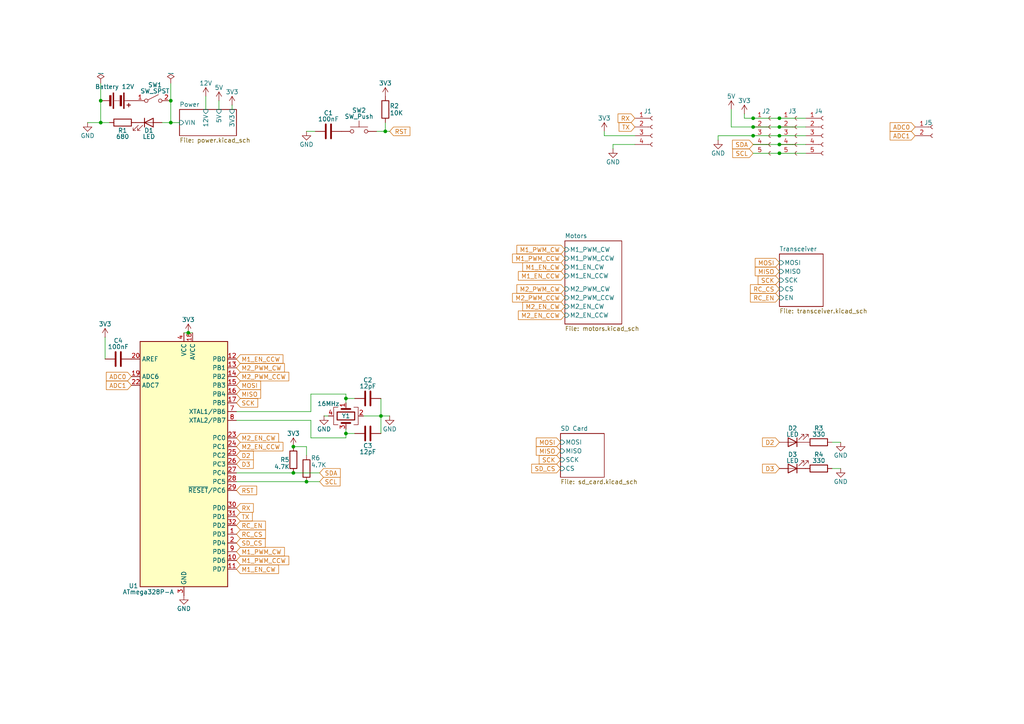
<source format=kicad_sch>
(kicad_sch
	(version 20250114)
	(generator "eeschema")
	(generator_version "9.0")
	(uuid "d4bcaa97-404f-4040-88d9-84162ce8c00c")
	(paper "A4")
	(lib_symbols
		(symbol "Connector:Conn_01x02_Socket"
			(pin_names
				(offset 1.016)
				(hide yes)
			)
			(exclude_from_sim no)
			(in_bom yes)
			(on_board yes)
			(property "Reference" "J"
				(at 0 2.54 0)
				(effects
					(font
						(size 1.27 1.27)
					)
				)
			)
			(property "Value" "Conn_01x02_Socket"
				(at 0 -5.08 0)
				(effects
					(font
						(size 1.27 1.27)
					)
				)
			)
			(property "Footprint" ""
				(at 0 0 0)
				(effects
					(font
						(size 1.27 1.27)
					)
					(hide yes)
				)
			)
			(property "Datasheet" "~"
				(at 0 0 0)
				(effects
					(font
						(size 1.27 1.27)
					)
					(hide yes)
				)
			)
			(property "Description" "Generic connector, single row, 01x02, script generated"
				(at 0 0 0)
				(effects
					(font
						(size 1.27 1.27)
					)
					(hide yes)
				)
			)
			(property "ki_locked" ""
				(at 0 0 0)
				(effects
					(font
						(size 1.27 1.27)
					)
				)
			)
			(property "ki_keywords" "connector"
				(at 0 0 0)
				(effects
					(font
						(size 1.27 1.27)
					)
					(hide yes)
				)
			)
			(property "ki_fp_filters" "Connector*:*_1x??_*"
				(at 0 0 0)
				(effects
					(font
						(size 1.27 1.27)
					)
					(hide yes)
				)
			)
			(symbol "Conn_01x02_Socket_1_1"
				(polyline
					(pts
						(xy -1.27 0) (xy -0.508 0)
					)
					(stroke
						(width 0.1524)
						(type default)
					)
					(fill
						(type none)
					)
				)
				(polyline
					(pts
						(xy -1.27 -2.54) (xy -0.508 -2.54)
					)
					(stroke
						(width 0.1524)
						(type default)
					)
					(fill
						(type none)
					)
				)
				(arc
					(start 0 -0.508)
					(mid -0.5058 0)
					(end 0 0.508)
					(stroke
						(width 0.1524)
						(type default)
					)
					(fill
						(type none)
					)
				)
				(arc
					(start 0 -3.048)
					(mid -0.5058 -2.54)
					(end 0 -2.032)
					(stroke
						(width 0.1524)
						(type default)
					)
					(fill
						(type none)
					)
				)
				(pin passive line
					(at -5.08 0 0)
					(length 3.81)
					(name "Pin_1"
						(effects
							(font
								(size 1.27 1.27)
							)
						)
					)
					(number "1"
						(effects
							(font
								(size 1.27 1.27)
							)
						)
					)
				)
				(pin passive line
					(at -5.08 -2.54 0)
					(length 3.81)
					(name "Pin_2"
						(effects
							(font
								(size 1.27 1.27)
							)
						)
					)
					(number "2"
						(effects
							(font
								(size 1.27 1.27)
							)
						)
					)
				)
			)
			(embedded_fonts no)
		)
		(symbol "Connector:Conn_01x04_Socket"
			(pin_names
				(offset 1.016)
				(hide yes)
			)
			(exclude_from_sim no)
			(in_bom yes)
			(on_board yes)
			(property "Reference" "J"
				(at 0 5.08 0)
				(effects
					(font
						(size 1.27 1.27)
					)
				)
			)
			(property "Value" "Conn_01x04_Socket"
				(at 0 -7.62 0)
				(effects
					(font
						(size 1.27 1.27)
					)
				)
			)
			(property "Footprint" ""
				(at 0 0 0)
				(effects
					(font
						(size 1.27 1.27)
					)
					(hide yes)
				)
			)
			(property "Datasheet" "~"
				(at 0 0 0)
				(effects
					(font
						(size 1.27 1.27)
					)
					(hide yes)
				)
			)
			(property "Description" "Generic connector, single row, 01x04, script generated"
				(at 0 0 0)
				(effects
					(font
						(size 1.27 1.27)
					)
					(hide yes)
				)
			)
			(property "ki_locked" ""
				(at 0 0 0)
				(effects
					(font
						(size 1.27 1.27)
					)
				)
			)
			(property "ki_keywords" "connector"
				(at 0 0 0)
				(effects
					(font
						(size 1.27 1.27)
					)
					(hide yes)
				)
			)
			(property "ki_fp_filters" "Connector*:*_1x??_*"
				(at 0 0 0)
				(effects
					(font
						(size 1.27 1.27)
					)
					(hide yes)
				)
			)
			(symbol "Conn_01x04_Socket_1_1"
				(polyline
					(pts
						(xy -1.27 2.54) (xy -0.508 2.54)
					)
					(stroke
						(width 0.1524)
						(type default)
					)
					(fill
						(type none)
					)
				)
				(polyline
					(pts
						(xy -1.27 0) (xy -0.508 0)
					)
					(stroke
						(width 0.1524)
						(type default)
					)
					(fill
						(type none)
					)
				)
				(polyline
					(pts
						(xy -1.27 -2.54) (xy -0.508 -2.54)
					)
					(stroke
						(width 0.1524)
						(type default)
					)
					(fill
						(type none)
					)
				)
				(polyline
					(pts
						(xy -1.27 -5.08) (xy -0.508 -5.08)
					)
					(stroke
						(width 0.1524)
						(type default)
					)
					(fill
						(type none)
					)
				)
				(arc
					(start 0 2.032)
					(mid -0.5058 2.54)
					(end 0 3.048)
					(stroke
						(width 0.1524)
						(type default)
					)
					(fill
						(type none)
					)
				)
				(arc
					(start 0 -0.508)
					(mid -0.5058 0)
					(end 0 0.508)
					(stroke
						(width 0.1524)
						(type default)
					)
					(fill
						(type none)
					)
				)
				(arc
					(start 0 -3.048)
					(mid -0.5058 -2.54)
					(end 0 -2.032)
					(stroke
						(width 0.1524)
						(type default)
					)
					(fill
						(type none)
					)
				)
				(arc
					(start 0 -5.588)
					(mid -0.5058 -5.08)
					(end 0 -4.572)
					(stroke
						(width 0.1524)
						(type default)
					)
					(fill
						(type none)
					)
				)
				(pin passive line
					(at -5.08 2.54 0)
					(length 3.81)
					(name "Pin_1"
						(effects
							(font
								(size 1.27 1.27)
							)
						)
					)
					(number "1"
						(effects
							(font
								(size 1.27 1.27)
							)
						)
					)
				)
				(pin passive line
					(at -5.08 0 0)
					(length 3.81)
					(name "Pin_2"
						(effects
							(font
								(size 1.27 1.27)
							)
						)
					)
					(number "2"
						(effects
							(font
								(size 1.27 1.27)
							)
						)
					)
				)
				(pin passive line
					(at -5.08 -2.54 0)
					(length 3.81)
					(name "Pin_3"
						(effects
							(font
								(size 1.27 1.27)
							)
						)
					)
					(number "3"
						(effects
							(font
								(size 1.27 1.27)
							)
						)
					)
				)
				(pin passive line
					(at -5.08 -5.08 0)
					(length 3.81)
					(name "Pin_4"
						(effects
							(font
								(size 1.27 1.27)
							)
						)
					)
					(number "4"
						(effects
							(font
								(size 1.27 1.27)
							)
						)
					)
				)
			)
			(embedded_fonts no)
		)
		(symbol "Connector:Conn_01x05_Socket"
			(pin_names
				(offset 1.016)
				(hide yes)
			)
			(exclude_from_sim no)
			(in_bom yes)
			(on_board yes)
			(property "Reference" "J"
				(at 0 7.62 0)
				(effects
					(font
						(size 1.27 1.27)
					)
				)
			)
			(property "Value" "Conn_01x05_Socket"
				(at 0 -7.62 0)
				(effects
					(font
						(size 1.27 1.27)
					)
				)
			)
			(property "Footprint" ""
				(at 0 0 0)
				(effects
					(font
						(size 1.27 1.27)
					)
					(hide yes)
				)
			)
			(property "Datasheet" "~"
				(at 0 0 0)
				(effects
					(font
						(size 1.27 1.27)
					)
					(hide yes)
				)
			)
			(property "Description" "Generic connector, single row, 01x05, script generated"
				(at 0 0 0)
				(effects
					(font
						(size 1.27 1.27)
					)
					(hide yes)
				)
			)
			(property "ki_locked" ""
				(at 0 0 0)
				(effects
					(font
						(size 1.27 1.27)
					)
				)
			)
			(property "ki_keywords" "connector"
				(at 0 0 0)
				(effects
					(font
						(size 1.27 1.27)
					)
					(hide yes)
				)
			)
			(property "ki_fp_filters" "Connector*:*_1x??_*"
				(at 0 0 0)
				(effects
					(font
						(size 1.27 1.27)
					)
					(hide yes)
				)
			)
			(symbol "Conn_01x05_Socket_1_1"
				(polyline
					(pts
						(xy -1.27 5.08) (xy -0.508 5.08)
					)
					(stroke
						(width 0.1524)
						(type default)
					)
					(fill
						(type none)
					)
				)
				(polyline
					(pts
						(xy -1.27 2.54) (xy -0.508 2.54)
					)
					(stroke
						(width 0.1524)
						(type default)
					)
					(fill
						(type none)
					)
				)
				(polyline
					(pts
						(xy -1.27 0) (xy -0.508 0)
					)
					(stroke
						(width 0.1524)
						(type default)
					)
					(fill
						(type none)
					)
				)
				(polyline
					(pts
						(xy -1.27 -2.54) (xy -0.508 -2.54)
					)
					(stroke
						(width 0.1524)
						(type default)
					)
					(fill
						(type none)
					)
				)
				(polyline
					(pts
						(xy -1.27 -5.08) (xy -0.508 -5.08)
					)
					(stroke
						(width 0.1524)
						(type default)
					)
					(fill
						(type none)
					)
				)
				(arc
					(start 0 4.572)
					(mid -0.5058 5.08)
					(end 0 5.588)
					(stroke
						(width 0.1524)
						(type default)
					)
					(fill
						(type none)
					)
				)
				(arc
					(start 0 2.032)
					(mid -0.5058 2.54)
					(end 0 3.048)
					(stroke
						(width 0.1524)
						(type default)
					)
					(fill
						(type none)
					)
				)
				(arc
					(start 0 -0.508)
					(mid -0.5058 0)
					(end 0 0.508)
					(stroke
						(width 0.1524)
						(type default)
					)
					(fill
						(type none)
					)
				)
				(arc
					(start 0 -3.048)
					(mid -0.5058 -2.54)
					(end 0 -2.032)
					(stroke
						(width 0.1524)
						(type default)
					)
					(fill
						(type none)
					)
				)
				(arc
					(start 0 -5.588)
					(mid -0.5058 -5.08)
					(end 0 -4.572)
					(stroke
						(width 0.1524)
						(type default)
					)
					(fill
						(type none)
					)
				)
				(pin passive line
					(at -5.08 5.08 0)
					(length 3.81)
					(name "Pin_1"
						(effects
							(font
								(size 1.27 1.27)
							)
						)
					)
					(number "1"
						(effects
							(font
								(size 1.27 1.27)
							)
						)
					)
				)
				(pin passive line
					(at -5.08 2.54 0)
					(length 3.81)
					(name "Pin_2"
						(effects
							(font
								(size 1.27 1.27)
							)
						)
					)
					(number "2"
						(effects
							(font
								(size 1.27 1.27)
							)
						)
					)
				)
				(pin passive line
					(at -5.08 0 0)
					(length 3.81)
					(name "Pin_3"
						(effects
							(font
								(size 1.27 1.27)
							)
						)
					)
					(number "3"
						(effects
							(font
								(size 1.27 1.27)
							)
						)
					)
				)
				(pin passive line
					(at -5.08 -2.54 0)
					(length 3.81)
					(name "Pin_4"
						(effects
							(font
								(size 1.27 1.27)
							)
						)
					)
					(number "4"
						(effects
							(font
								(size 1.27 1.27)
							)
						)
					)
				)
				(pin passive line
					(at -5.08 -5.08 0)
					(length 3.81)
					(name "Pin_5"
						(effects
							(font
								(size 1.27 1.27)
							)
						)
					)
					(number "5"
						(effects
							(font
								(size 1.27 1.27)
							)
						)
					)
				)
			)
			(embedded_fonts no)
		)
		(symbol "Device:Battery"
			(pin_numbers
				(hide yes)
			)
			(pin_names
				(offset 0)
				(hide yes)
			)
			(exclude_from_sim no)
			(in_bom yes)
			(on_board yes)
			(property "Reference" "BT"
				(at 2.54 2.54 0)
				(effects
					(font
						(size 1.27 1.27)
					)
					(justify left)
				)
			)
			(property "Value" "Battery"
				(at 2.54 0 0)
				(effects
					(font
						(size 1.27 1.27)
					)
					(justify left)
				)
			)
			(property "Footprint" ""
				(at 0 1.524 90)
				(effects
					(font
						(size 1.27 1.27)
					)
					(hide yes)
				)
			)
			(property "Datasheet" "~"
				(at 0 1.524 90)
				(effects
					(font
						(size 1.27 1.27)
					)
					(hide yes)
				)
			)
			(property "Description" "Multiple-cell battery"
				(at 0 0 0)
				(effects
					(font
						(size 1.27 1.27)
					)
					(hide yes)
				)
			)
			(property "ki_keywords" "batt voltage-source cell"
				(at 0 0 0)
				(effects
					(font
						(size 1.27 1.27)
					)
					(hide yes)
				)
			)
			(symbol "Battery_0_1"
				(rectangle
					(start -2.286 1.778)
					(end 2.286 1.524)
					(stroke
						(width 0)
						(type default)
					)
					(fill
						(type outline)
					)
				)
				(rectangle
					(start -2.286 -1.27)
					(end 2.286 -1.524)
					(stroke
						(width 0)
						(type default)
					)
					(fill
						(type outline)
					)
				)
				(rectangle
					(start -1.524 1.016)
					(end 1.524 0.508)
					(stroke
						(width 0)
						(type default)
					)
					(fill
						(type outline)
					)
				)
				(rectangle
					(start -1.524 -2.032)
					(end 1.524 -2.54)
					(stroke
						(width 0)
						(type default)
					)
					(fill
						(type outline)
					)
				)
				(polyline
					(pts
						(xy 0 1.778) (xy 0 2.54)
					)
					(stroke
						(width 0)
						(type default)
					)
					(fill
						(type none)
					)
				)
				(polyline
					(pts
						(xy 0 0) (xy 0 0.254)
					)
					(stroke
						(width 0)
						(type default)
					)
					(fill
						(type none)
					)
				)
				(polyline
					(pts
						(xy 0 -0.508) (xy 0 -0.254)
					)
					(stroke
						(width 0)
						(type default)
					)
					(fill
						(type none)
					)
				)
				(polyline
					(pts
						(xy 0 -1.016) (xy 0 -0.762)
					)
					(stroke
						(width 0)
						(type default)
					)
					(fill
						(type none)
					)
				)
				(polyline
					(pts
						(xy 0.762 3.048) (xy 1.778 3.048)
					)
					(stroke
						(width 0.254)
						(type default)
					)
					(fill
						(type none)
					)
				)
				(polyline
					(pts
						(xy 1.27 3.556) (xy 1.27 2.54)
					)
					(stroke
						(width 0.254)
						(type default)
					)
					(fill
						(type none)
					)
				)
			)
			(symbol "Battery_1_1"
				(pin passive line
					(at 0 5.08 270)
					(length 2.54)
					(name "+"
						(effects
							(font
								(size 1.27 1.27)
							)
						)
					)
					(number "1"
						(effects
							(font
								(size 1.27 1.27)
							)
						)
					)
				)
				(pin passive line
					(at 0 -5.08 90)
					(length 2.54)
					(name "-"
						(effects
							(font
								(size 1.27 1.27)
							)
						)
					)
					(number "2"
						(effects
							(font
								(size 1.27 1.27)
							)
						)
					)
				)
			)
			(embedded_fonts no)
		)
		(symbol "Device:C"
			(pin_numbers
				(hide yes)
			)
			(pin_names
				(offset 0.254)
			)
			(exclude_from_sim no)
			(in_bom yes)
			(on_board yes)
			(property "Reference" "C"
				(at 0.635 2.54 0)
				(effects
					(font
						(size 1.27 1.27)
					)
					(justify left)
				)
			)
			(property "Value" "C"
				(at 0.635 -2.54 0)
				(effects
					(font
						(size 1.27 1.27)
					)
					(justify left)
				)
			)
			(property "Footprint" ""
				(at 0.9652 -3.81 0)
				(effects
					(font
						(size 1.27 1.27)
					)
					(hide yes)
				)
			)
			(property "Datasheet" "~"
				(at 0 0 0)
				(effects
					(font
						(size 1.27 1.27)
					)
					(hide yes)
				)
			)
			(property "Description" "Unpolarized capacitor"
				(at 0 0 0)
				(effects
					(font
						(size 1.27 1.27)
					)
					(hide yes)
				)
			)
			(property "ki_keywords" "cap capacitor"
				(at 0 0 0)
				(effects
					(font
						(size 1.27 1.27)
					)
					(hide yes)
				)
			)
			(property "ki_fp_filters" "C_*"
				(at 0 0 0)
				(effects
					(font
						(size 1.27 1.27)
					)
					(hide yes)
				)
			)
			(symbol "C_0_1"
				(polyline
					(pts
						(xy -2.032 0.762) (xy 2.032 0.762)
					)
					(stroke
						(width 0.508)
						(type default)
					)
					(fill
						(type none)
					)
				)
				(polyline
					(pts
						(xy -2.032 -0.762) (xy 2.032 -0.762)
					)
					(stroke
						(width 0.508)
						(type default)
					)
					(fill
						(type none)
					)
				)
			)
			(symbol "C_1_1"
				(pin passive line
					(at 0 3.81 270)
					(length 2.794)
					(name "~"
						(effects
							(font
								(size 1.27 1.27)
							)
						)
					)
					(number "1"
						(effects
							(font
								(size 1.27 1.27)
							)
						)
					)
				)
				(pin passive line
					(at 0 -3.81 90)
					(length 2.794)
					(name "~"
						(effects
							(font
								(size 1.27 1.27)
							)
						)
					)
					(number "2"
						(effects
							(font
								(size 1.27 1.27)
							)
						)
					)
				)
			)
			(embedded_fonts no)
		)
		(symbol "Device:Crystal_GND24"
			(pin_names
				(offset 1.016)
				(hide yes)
			)
			(exclude_from_sim no)
			(in_bom yes)
			(on_board yes)
			(property "Reference" "Y"
				(at 3.175 5.08 0)
				(effects
					(font
						(size 1.27 1.27)
					)
					(justify left)
				)
			)
			(property "Value" "Crystal_GND24"
				(at 3.175 3.175 0)
				(effects
					(font
						(size 1.27 1.27)
					)
					(justify left)
				)
			)
			(property "Footprint" ""
				(at 0 0 0)
				(effects
					(font
						(size 1.27 1.27)
					)
					(hide yes)
				)
			)
			(property "Datasheet" "~"
				(at 0 0 0)
				(effects
					(font
						(size 1.27 1.27)
					)
					(hide yes)
				)
			)
			(property "Description" "Four pin crystal, GND on pins 2 and 4"
				(at 0 0 0)
				(effects
					(font
						(size 1.27 1.27)
					)
					(hide yes)
				)
			)
			(property "ki_keywords" "quartz ceramic resonator oscillator"
				(at 0 0 0)
				(effects
					(font
						(size 1.27 1.27)
					)
					(hide yes)
				)
			)
			(property "ki_fp_filters" "Crystal*"
				(at 0 0 0)
				(effects
					(font
						(size 1.27 1.27)
					)
					(hide yes)
				)
			)
			(symbol "Crystal_GND24_0_1"
				(polyline
					(pts
						(xy -2.54 2.286) (xy -2.54 3.556) (xy 2.54 3.556) (xy 2.54 2.286)
					)
					(stroke
						(width 0)
						(type default)
					)
					(fill
						(type none)
					)
				)
				(polyline
					(pts
						(xy -2.54 0) (xy -2.032 0)
					)
					(stroke
						(width 0)
						(type default)
					)
					(fill
						(type none)
					)
				)
				(polyline
					(pts
						(xy -2.54 -2.286) (xy -2.54 -3.556) (xy 2.54 -3.556) (xy 2.54 -2.286)
					)
					(stroke
						(width 0)
						(type default)
					)
					(fill
						(type none)
					)
				)
				(polyline
					(pts
						(xy -2.032 -1.27) (xy -2.032 1.27)
					)
					(stroke
						(width 0.508)
						(type default)
					)
					(fill
						(type none)
					)
				)
				(rectangle
					(start -1.143 2.54)
					(end 1.143 -2.54)
					(stroke
						(width 0.3048)
						(type default)
					)
					(fill
						(type none)
					)
				)
				(polyline
					(pts
						(xy 0 3.556) (xy 0 3.81)
					)
					(stroke
						(width 0)
						(type default)
					)
					(fill
						(type none)
					)
				)
				(polyline
					(pts
						(xy 0 -3.81) (xy 0 -3.556)
					)
					(stroke
						(width 0)
						(type default)
					)
					(fill
						(type none)
					)
				)
				(polyline
					(pts
						(xy 2.032 0) (xy 2.54 0)
					)
					(stroke
						(width 0)
						(type default)
					)
					(fill
						(type none)
					)
				)
				(polyline
					(pts
						(xy 2.032 -1.27) (xy 2.032 1.27)
					)
					(stroke
						(width 0.508)
						(type default)
					)
					(fill
						(type none)
					)
				)
			)
			(symbol "Crystal_GND24_1_1"
				(pin passive line
					(at -3.81 0 0)
					(length 1.27)
					(name "1"
						(effects
							(font
								(size 1.27 1.27)
							)
						)
					)
					(number "1"
						(effects
							(font
								(size 1.27 1.27)
							)
						)
					)
				)
				(pin passive line
					(at 0 5.08 270)
					(length 1.27)
					(name "2"
						(effects
							(font
								(size 1.27 1.27)
							)
						)
					)
					(number "2"
						(effects
							(font
								(size 1.27 1.27)
							)
						)
					)
				)
				(pin passive line
					(at 0 -5.08 90)
					(length 1.27)
					(name "4"
						(effects
							(font
								(size 1.27 1.27)
							)
						)
					)
					(number "4"
						(effects
							(font
								(size 1.27 1.27)
							)
						)
					)
				)
				(pin passive line
					(at 3.81 0 180)
					(length 1.27)
					(name "3"
						(effects
							(font
								(size 1.27 1.27)
							)
						)
					)
					(number "3"
						(effects
							(font
								(size 1.27 1.27)
							)
						)
					)
				)
			)
			(embedded_fonts no)
		)
		(symbol "Device:LED"
			(pin_numbers
				(hide yes)
			)
			(pin_names
				(offset 1.016)
				(hide yes)
			)
			(exclude_from_sim no)
			(in_bom yes)
			(on_board yes)
			(property "Reference" "D"
				(at 0 2.54 0)
				(effects
					(font
						(size 1.27 1.27)
					)
				)
			)
			(property "Value" "LED"
				(at 0 -2.54 0)
				(effects
					(font
						(size 1.27 1.27)
					)
				)
			)
			(property "Footprint" ""
				(at 0 0 0)
				(effects
					(font
						(size 1.27 1.27)
					)
					(hide yes)
				)
			)
			(property "Datasheet" "~"
				(at 0 0 0)
				(effects
					(font
						(size 1.27 1.27)
					)
					(hide yes)
				)
			)
			(property "Description" "Light emitting diode"
				(at 0 0 0)
				(effects
					(font
						(size 1.27 1.27)
					)
					(hide yes)
				)
			)
			(property "Sim.Pins" "1=K 2=A"
				(at 0 0 0)
				(effects
					(font
						(size 1.27 1.27)
					)
					(hide yes)
				)
			)
			(property "ki_keywords" "LED diode"
				(at 0 0 0)
				(effects
					(font
						(size 1.27 1.27)
					)
					(hide yes)
				)
			)
			(property "ki_fp_filters" "LED* LED_SMD:* LED_THT:*"
				(at 0 0 0)
				(effects
					(font
						(size 1.27 1.27)
					)
					(hide yes)
				)
			)
			(symbol "LED_0_1"
				(polyline
					(pts
						(xy -3.048 -0.762) (xy -4.572 -2.286) (xy -3.81 -2.286) (xy -4.572 -2.286) (xy -4.572 -1.524)
					)
					(stroke
						(width 0)
						(type default)
					)
					(fill
						(type none)
					)
				)
				(polyline
					(pts
						(xy -1.778 -0.762) (xy -3.302 -2.286) (xy -2.54 -2.286) (xy -3.302 -2.286) (xy -3.302 -1.524)
					)
					(stroke
						(width 0)
						(type default)
					)
					(fill
						(type none)
					)
				)
				(polyline
					(pts
						(xy -1.27 0) (xy 1.27 0)
					)
					(stroke
						(width 0)
						(type default)
					)
					(fill
						(type none)
					)
				)
				(polyline
					(pts
						(xy -1.27 -1.27) (xy -1.27 1.27)
					)
					(stroke
						(width 0.254)
						(type default)
					)
					(fill
						(type none)
					)
				)
				(polyline
					(pts
						(xy 1.27 -1.27) (xy 1.27 1.27) (xy -1.27 0) (xy 1.27 -1.27)
					)
					(stroke
						(width 0.254)
						(type default)
					)
					(fill
						(type none)
					)
				)
			)
			(symbol "LED_1_1"
				(pin passive line
					(at -3.81 0 0)
					(length 2.54)
					(name "K"
						(effects
							(font
								(size 1.27 1.27)
							)
						)
					)
					(number "1"
						(effects
							(font
								(size 1.27 1.27)
							)
						)
					)
				)
				(pin passive line
					(at 3.81 0 180)
					(length 2.54)
					(name "A"
						(effects
							(font
								(size 1.27 1.27)
							)
						)
					)
					(number "2"
						(effects
							(font
								(size 1.27 1.27)
							)
						)
					)
				)
			)
			(embedded_fonts no)
		)
		(symbol "Device:R"
			(pin_numbers
				(hide yes)
			)
			(pin_names
				(offset 0)
			)
			(exclude_from_sim no)
			(in_bom yes)
			(on_board yes)
			(property "Reference" "R"
				(at 2.032 0 90)
				(effects
					(font
						(size 1.27 1.27)
					)
				)
			)
			(property "Value" "R"
				(at 0 0 90)
				(effects
					(font
						(size 1.27 1.27)
					)
				)
			)
			(property "Footprint" ""
				(at -1.778 0 90)
				(effects
					(font
						(size 1.27 1.27)
					)
					(hide yes)
				)
			)
			(property "Datasheet" "~"
				(at 0 0 0)
				(effects
					(font
						(size 1.27 1.27)
					)
					(hide yes)
				)
			)
			(property "Description" "Resistor"
				(at 0 0 0)
				(effects
					(font
						(size 1.27 1.27)
					)
					(hide yes)
				)
			)
			(property "ki_keywords" "R res resistor"
				(at 0 0 0)
				(effects
					(font
						(size 1.27 1.27)
					)
					(hide yes)
				)
			)
			(property "ki_fp_filters" "R_*"
				(at 0 0 0)
				(effects
					(font
						(size 1.27 1.27)
					)
					(hide yes)
				)
			)
			(symbol "R_0_1"
				(rectangle
					(start -1.016 -2.54)
					(end 1.016 2.54)
					(stroke
						(width 0.254)
						(type default)
					)
					(fill
						(type none)
					)
				)
			)
			(symbol "R_1_1"
				(pin passive line
					(at 0 3.81 270)
					(length 1.27)
					(name "~"
						(effects
							(font
								(size 1.27 1.27)
							)
						)
					)
					(number "1"
						(effects
							(font
								(size 1.27 1.27)
							)
						)
					)
				)
				(pin passive line
					(at 0 -3.81 90)
					(length 1.27)
					(name "~"
						(effects
							(font
								(size 1.27 1.27)
							)
						)
					)
					(number "2"
						(effects
							(font
								(size 1.27 1.27)
							)
						)
					)
				)
			)
			(embedded_fonts no)
		)
		(symbol "MCU_Microchip_ATmega:ATmega328P-A"
			(exclude_from_sim no)
			(in_bom yes)
			(on_board yes)
			(property "Reference" "U"
				(at -12.7 36.83 0)
				(effects
					(font
						(size 1.27 1.27)
					)
					(justify left bottom)
				)
			)
			(property "Value" "ATmega328P-A"
				(at 2.54 -36.83 0)
				(effects
					(font
						(size 1.27 1.27)
					)
					(justify left top)
				)
			)
			(property "Footprint" "Package_QFP:TQFP-32_7x7mm_P0.8mm"
				(at 0 0 0)
				(effects
					(font
						(size 1.27 1.27)
						(italic yes)
					)
					(hide yes)
				)
			)
			(property "Datasheet" "http://ww1.microchip.com/downloads/en/DeviceDoc/ATmega328_P%20AVR%20MCU%20with%20picoPower%20Technology%20Data%20Sheet%2040001984A.pdf"
				(at 0 0 0)
				(effects
					(font
						(size 1.27 1.27)
					)
					(hide yes)
				)
			)
			(property "Description" "20MHz, 32kB Flash, 2kB SRAM, 1kB EEPROM, TQFP-32"
				(at 0 0 0)
				(effects
					(font
						(size 1.27 1.27)
					)
					(hide yes)
				)
			)
			(property "ki_keywords" "AVR 8bit Microcontroller MegaAVR PicoPower"
				(at 0 0 0)
				(effects
					(font
						(size 1.27 1.27)
					)
					(hide yes)
				)
			)
			(property "ki_fp_filters" "TQFP*7x7mm*P0.8mm*"
				(at 0 0 0)
				(effects
					(font
						(size 1.27 1.27)
					)
					(hide yes)
				)
			)
			(symbol "ATmega328P-A_0_1"
				(rectangle
					(start -12.7 -35.56)
					(end 12.7 35.56)
					(stroke
						(width 0.254)
						(type default)
					)
					(fill
						(type background)
					)
				)
			)
			(symbol "ATmega328P-A_1_1"
				(pin passive line
					(at -15.24 30.48 0)
					(length 2.54)
					(name "AREF"
						(effects
							(font
								(size 1.27 1.27)
							)
						)
					)
					(number "20"
						(effects
							(font
								(size 1.27 1.27)
							)
						)
					)
				)
				(pin input line
					(at -15.24 25.4 0)
					(length 2.54)
					(name "ADC6"
						(effects
							(font
								(size 1.27 1.27)
							)
						)
					)
					(number "19"
						(effects
							(font
								(size 1.27 1.27)
							)
						)
					)
				)
				(pin input line
					(at -15.24 22.86 0)
					(length 2.54)
					(name "ADC7"
						(effects
							(font
								(size 1.27 1.27)
							)
						)
					)
					(number "22"
						(effects
							(font
								(size 1.27 1.27)
							)
						)
					)
				)
				(pin power_in line
					(at 0 38.1 270)
					(length 2.54)
					(name "VCC"
						(effects
							(font
								(size 1.27 1.27)
							)
						)
					)
					(number "4"
						(effects
							(font
								(size 1.27 1.27)
							)
						)
					)
				)
				(pin passive line
					(at 0 38.1 270)
					(length 2.54)
					(hide yes)
					(name "VCC"
						(effects
							(font
								(size 1.27 1.27)
							)
						)
					)
					(number "6"
						(effects
							(font
								(size 1.27 1.27)
							)
						)
					)
				)
				(pin passive line
					(at 0 -38.1 90)
					(length 2.54)
					(hide yes)
					(name "GND"
						(effects
							(font
								(size 1.27 1.27)
							)
						)
					)
					(number "21"
						(effects
							(font
								(size 1.27 1.27)
							)
						)
					)
				)
				(pin power_in line
					(at 0 -38.1 90)
					(length 2.54)
					(name "GND"
						(effects
							(font
								(size 1.27 1.27)
							)
						)
					)
					(number "3"
						(effects
							(font
								(size 1.27 1.27)
							)
						)
					)
				)
				(pin passive line
					(at 0 -38.1 90)
					(length 2.54)
					(hide yes)
					(name "GND"
						(effects
							(font
								(size 1.27 1.27)
							)
						)
					)
					(number "5"
						(effects
							(font
								(size 1.27 1.27)
							)
						)
					)
				)
				(pin power_in line
					(at 2.54 38.1 270)
					(length 2.54)
					(name "AVCC"
						(effects
							(font
								(size 1.27 1.27)
							)
						)
					)
					(number "18"
						(effects
							(font
								(size 1.27 1.27)
							)
						)
					)
				)
				(pin bidirectional line
					(at 15.24 30.48 180)
					(length 2.54)
					(name "PB0"
						(effects
							(font
								(size 1.27 1.27)
							)
						)
					)
					(number "12"
						(effects
							(font
								(size 1.27 1.27)
							)
						)
					)
				)
				(pin bidirectional line
					(at 15.24 27.94 180)
					(length 2.54)
					(name "PB1"
						(effects
							(font
								(size 1.27 1.27)
							)
						)
					)
					(number "13"
						(effects
							(font
								(size 1.27 1.27)
							)
						)
					)
				)
				(pin bidirectional line
					(at 15.24 25.4 180)
					(length 2.54)
					(name "PB2"
						(effects
							(font
								(size 1.27 1.27)
							)
						)
					)
					(number "14"
						(effects
							(font
								(size 1.27 1.27)
							)
						)
					)
				)
				(pin bidirectional line
					(at 15.24 22.86 180)
					(length 2.54)
					(name "PB3"
						(effects
							(font
								(size 1.27 1.27)
							)
						)
					)
					(number "15"
						(effects
							(font
								(size 1.27 1.27)
							)
						)
					)
				)
				(pin bidirectional line
					(at 15.24 20.32 180)
					(length 2.54)
					(name "PB4"
						(effects
							(font
								(size 1.27 1.27)
							)
						)
					)
					(number "16"
						(effects
							(font
								(size 1.27 1.27)
							)
						)
					)
				)
				(pin bidirectional line
					(at 15.24 17.78 180)
					(length 2.54)
					(name "PB5"
						(effects
							(font
								(size 1.27 1.27)
							)
						)
					)
					(number "17"
						(effects
							(font
								(size 1.27 1.27)
							)
						)
					)
				)
				(pin bidirectional line
					(at 15.24 15.24 180)
					(length 2.54)
					(name "XTAL1/PB6"
						(effects
							(font
								(size 1.27 1.27)
							)
						)
					)
					(number "7"
						(effects
							(font
								(size 1.27 1.27)
							)
						)
					)
				)
				(pin bidirectional line
					(at 15.24 12.7 180)
					(length 2.54)
					(name "XTAL2/PB7"
						(effects
							(font
								(size 1.27 1.27)
							)
						)
					)
					(number "8"
						(effects
							(font
								(size 1.27 1.27)
							)
						)
					)
				)
				(pin bidirectional line
					(at 15.24 7.62 180)
					(length 2.54)
					(name "PC0"
						(effects
							(font
								(size 1.27 1.27)
							)
						)
					)
					(number "23"
						(effects
							(font
								(size 1.27 1.27)
							)
						)
					)
				)
				(pin bidirectional line
					(at 15.24 5.08 180)
					(length 2.54)
					(name "PC1"
						(effects
							(font
								(size 1.27 1.27)
							)
						)
					)
					(number "24"
						(effects
							(font
								(size 1.27 1.27)
							)
						)
					)
				)
				(pin bidirectional line
					(at 15.24 2.54 180)
					(length 2.54)
					(name "PC2"
						(effects
							(font
								(size 1.27 1.27)
							)
						)
					)
					(number "25"
						(effects
							(font
								(size 1.27 1.27)
							)
						)
					)
				)
				(pin bidirectional line
					(at 15.24 0 180)
					(length 2.54)
					(name "PC3"
						(effects
							(font
								(size 1.27 1.27)
							)
						)
					)
					(number "26"
						(effects
							(font
								(size 1.27 1.27)
							)
						)
					)
				)
				(pin bidirectional line
					(at 15.24 -2.54 180)
					(length 2.54)
					(name "PC4"
						(effects
							(font
								(size 1.27 1.27)
							)
						)
					)
					(number "27"
						(effects
							(font
								(size 1.27 1.27)
							)
						)
					)
				)
				(pin bidirectional line
					(at 15.24 -5.08 180)
					(length 2.54)
					(name "PC5"
						(effects
							(font
								(size 1.27 1.27)
							)
						)
					)
					(number "28"
						(effects
							(font
								(size 1.27 1.27)
							)
						)
					)
				)
				(pin bidirectional line
					(at 15.24 -7.62 180)
					(length 2.54)
					(name "~{RESET}/PC6"
						(effects
							(font
								(size 1.27 1.27)
							)
						)
					)
					(number "29"
						(effects
							(font
								(size 1.27 1.27)
							)
						)
					)
				)
				(pin bidirectional line
					(at 15.24 -12.7 180)
					(length 2.54)
					(name "PD0"
						(effects
							(font
								(size 1.27 1.27)
							)
						)
					)
					(number "30"
						(effects
							(font
								(size 1.27 1.27)
							)
						)
					)
				)
				(pin bidirectional line
					(at 15.24 -15.24 180)
					(length 2.54)
					(name "PD1"
						(effects
							(font
								(size 1.27 1.27)
							)
						)
					)
					(number "31"
						(effects
							(font
								(size 1.27 1.27)
							)
						)
					)
				)
				(pin bidirectional line
					(at 15.24 -17.78 180)
					(length 2.54)
					(name "PD2"
						(effects
							(font
								(size 1.27 1.27)
							)
						)
					)
					(number "32"
						(effects
							(font
								(size 1.27 1.27)
							)
						)
					)
				)
				(pin bidirectional line
					(at 15.24 -20.32 180)
					(length 2.54)
					(name "PD3"
						(effects
							(font
								(size 1.27 1.27)
							)
						)
					)
					(number "1"
						(effects
							(font
								(size 1.27 1.27)
							)
						)
					)
				)
				(pin bidirectional line
					(at 15.24 -22.86 180)
					(length 2.54)
					(name "PD4"
						(effects
							(font
								(size 1.27 1.27)
							)
						)
					)
					(number "2"
						(effects
							(font
								(size 1.27 1.27)
							)
						)
					)
				)
				(pin bidirectional line
					(at 15.24 -25.4 180)
					(length 2.54)
					(name "PD5"
						(effects
							(font
								(size 1.27 1.27)
							)
						)
					)
					(number "9"
						(effects
							(font
								(size 1.27 1.27)
							)
						)
					)
				)
				(pin bidirectional line
					(at 15.24 -27.94 180)
					(length 2.54)
					(name "PD6"
						(effects
							(font
								(size 1.27 1.27)
							)
						)
					)
					(number "10"
						(effects
							(font
								(size 1.27 1.27)
							)
						)
					)
				)
				(pin bidirectional line
					(at 15.24 -30.48 180)
					(length 2.54)
					(name "PD7"
						(effects
							(font
								(size 1.27 1.27)
							)
						)
					)
					(number "11"
						(effects
							(font
								(size 1.27 1.27)
							)
						)
					)
				)
			)
			(embedded_fonts no)
		)
		(symbol "Switch:SW_Push"
			(pin_numbers
				(hide yes)
			)
			(pin_names
				(offset 1.016)
				(hide yes)
			)
			(exclude_from_sim no)
			(in_bom yes)
			(on_board yes)
			(property "Reference" "SW"
				(at 1.27 2.54 0)
				(effects
					(font
						(size 1.27 1.27)
					)
					(justify left)
				)
			)
			(property "Value" "SW_Push"
				(at 0 -1.524 0)
				(effects
					(font
						(size 1.27 1.27)
					)
				)
			)
			(property "Footprint" ""
				(at 0 5.08 0)
				(effects
					(font
						(size 1.27 1.27)
					)
					(hide yes)
				)
			)
			(property "Datasheet" "~"
				(at 0 5.08 0)
				(effects
					(font
						(size 1.27 1.27)
					)
					(hide yes)
				)
			)
			(property "Description" "Push button switch, generic, two pins"
				(at 0 0 0)
				(effects
					(font
						(size 1.27 1.27)
					)
					(hide yes)
				)
			)
			(property "ki_keywords" "switch normally-open pushbutton push-button"
				(at 0 0 0)
				(effects
					(font
						(size 1.27 1.27)
					)
					(hide yes)
				)
			)
			(symbol "SW_Push_0_1"
				(circle
					(center -2.032 0)
					(radius 0.508)
					(stroke
						(width 0)
						(type default)
					)
					(fill
						(type none)
					)
				)
				(polyline
					(pts
						(xy 0 1.27) (xy 0 3.048)
					)
					(stroke
						(width 0)
						(type default)
					)
					(fill
						(type none)
					)
				)
				(circle
					(center 2.032 0)
					(radius 0.508)
					(stroke
						(width 0)
						(type default)
					)
					(fill
						(type none)
					)
				)
				(polyline
					(pts
						(xy 2.54 1.27) (xy -2.54 1.27)
					)
					(stroke
						(width 0)
						(type default)
					)
					(fill
						(type none)
					)
				)
				(pin passive line
					(at -5.08 0 0)
					(length 2.54)
					(name "1"
						(effects
							(font
								(size 1.27 1.27)
							)
						)
					)
					(number "1"
						(effects
							(font
								(size 1.27 1.27)
							)
						)
					)
				)
				(pin passive line
					(at 5.08 0 180)
					(length 2.54)
					(name "2"
						(effects
							(font
								(size 1.27 1.27)
							)
						)
					)
					(number "2"
						(effects
							(font
								(size 1.27 1.27)
							)
						)
					)
				)
			)
			(embedded_fonts no)
		)
		(symbol "Switch:SW_SPST"
			(pin_names
				(offset 0)
				(hide yes)
			)
			(exclude_from_sim no)
			(in_bom yes)
			(on_board yes)
			(property "Reference" "SW"
				(at 0 3.175 0)
				(effects
					(font
						(size 1.27 1.27)
					)
				)
			)
			(property "Value" "SW_SPST"
				(at 0 -2.54 0)
				(effects
					(font
						(size 1.27 1.27)
					)
				)
			)
			(property "Footprint" ""
				(at 0 0 0)
				(effects
					(font
						(size 1.27 1.27)
					)
					(hide yes)
				)
			)
			(property "Datasheet" "~"
				(at 0 0 0)
				(effects
					(font
						(size 1.27 1.27)
					)
					(hide yes)
				)
			)
			(property "Description" "Single Pole Single Throw (SPST) switch"
				(at 0 0 0)
				(effects
					(font
						(size 1.27 1.27)
					)
					(hide yes)
				)
			)
			(property "ki_keywords" "switch lever"
				(at 0 0 0)
				(effects
					(font
						(size 1.27 1.27)
					)
					(hide yes)
				)
			)
			(symbol "SW_SPST_0_0"
				(circle
					(center -2.032 0)
					(radius 0.508)
					(stroke
						(width 0)
						(type default)
					)
					(fill
						(type none)
					)
				)
				(polyline
					(pts
						(xy -1.524 0.254) (xy 1.524 1.778)
					)
					(stroke
						(width 0)
						(type default)
					)
					(fill
						(type none)
					)
				)
				(circle
					(center 2.032 0)
					(radius 0.508)
					(stroke
						(width 0)
						(type default)
					)
					(fill
						(type none)
					)
				)
			)
			(symbol "SW_SPST_1_1"
				(pin passive line
					(at -5.08 0 0)
					(length 2.54)
					(name "A"
						(effects
							(font
								(size 1.27 1.27)
							)
						)
					)
					(number "1"
						(effects
							(font
								(size 1.27 1.27)
							)
						)
					)
				)
				(pin passive line
					(at 5.08 0 180)
					(length 2.54)
					(name "B"
						(effects
							(font
								(size 1.27 1.27)
							)
						)
					)
					(number "2"
						(effects
							(font
								(size 1.27 1.27)
							)
						)
					)
				)
			)
			(embedded_fonts no)
		)
		(symbol "power:GND"
			(power)
			(pin_numbers
				(hide yes)
			)
			(pin_names
				(offset 0)
				(hide yes)
			)
			(exclude_from_sim no)
			(in_bom yes)
			(on_board yes)
			(property "Reference" "#PWR"
				(at 0 -6.35 0)
				(effects
					(font
						(size 1.27 1.27)
					)
					(hide yes)
				)
			)
			(property "Value" "GND"
				(at 0 -3.81 0)
				(effects
					(font
						(size 1.27 1.27)
					)
				)
			)
			(property "Footprint" ""
				(at 0 0 0)
				(effects
					(font
						(size 1.27 1.27)
					)
					(hide yes)
				)
			)
			(property "Datasheet" ""
				(at 0 0 0)
				(effects
					(font
						(size 1.27 1.27)
					)
					(hide yes)
				)
			)
			(property "Description" "Power symbol creates a global label with name \"GND\" , ground"
				(at 0 0 0)
				(effects
					(font
						(size 1.27 1.27)
					)
					(hide yes)
				)
			)
			(property "ki_keywords" "global power"
				(at 0 0 0)
				(effects
					(font
						(size 1.27 1.27)
					)
					(hide yes)
				)
			)
			(symbol "GND_0_1"
				(polyline
					(pts
						(xy 0 0) (xy 0 -1.27) (xy 1.27 -1.27) (xy 0 -2.54) (xy -1.27 -1.27) (xy 0 -1.27)
					)
					(stroke
						(width 0)
						(type default)
					)
					(fill
						(type none)
					)
				)
			)
			(symbol "GND_1_1"
				(pin power_in line
					(at 0 0 270)
					(length 0)
					(name "~"
						(effects
							(font
								(size 1.27 1.27)
							)
						)
					)
					(number "1"
						(effects
							(font
								(size 1.27 1.27)
							)
						)
					)
				)
			)
			(embedded_fonts no)
		)
		(symbol "power:PWR_FLAG"
			(power)
			(pin_numbers
				(hide yes)
			)
			(pin_names
				(offset 0)
				(hide yes)
			)
			(exclude_from_sim no)
			(in_bom yes)
			(on_board yes)
			(property "Reference" "#FLG"
				(at 0 1.905 0)
				(effects
					(font
						(size 1.27 1.27)
					)
					(hide yes)
				)
			)
			(property "Value" "PWR_FLAG"
				(at 0 3.81 0)
				(effects
					(font
						(size 1.27 1.27)
					)
				)
			)
			(property "Footprint" ""
				(at 0 0 0)
				(effects
					(font
						(size 1.27 1.27)
					)
					(hide yes)
				)
			)
			(property "Datasheet" "~"
				(at 0 0 0)
				(effects
					(font
						(size 1.27 1.27)
					)
					(hide yes)
				)
			)
			(property "Description" "Special symbol for telling ERC where power comes from"
				(at 0 0 0)
				(effects
					(font
						(size 1.27 1.27)
					)
					(hide yes)
				)
			)
			(property "ki_keywords" "flag power"
				(at 0 0 0)
				(effects
					(font
						(size 1.27 1.27)
					)
					(hide yes)
				)
			)
			(symbol "PWR_FLAG_0_0"
				(pin power_out line
					(at 0 0 90)
					(length 0)
					(name "~"
						(effects
							(font
								(size 1.27 1.27)
							)
						)
					)
					(number "1"
						(effects
							(font
								(size 1.27 1.27)
							)
						)
					)
				)
			)
			(symbol "PWR_FLAG_0_1"
				(polyline
					(pts
						(xy 0 0) (xy 0 1.27) (xy -1.016 1.905) (xy 0 2.54) (xy 1.016 1.905) (xy 0 1.27)
					)
					(stroke
						(width 0)
						(type default)
					)
					(fill
						(type none)
					)
				)
			)
			(embedded_fonts no)
		)
		(symbol "power:VCC"
			(power)
			(pin_numbers
				(hide yes)
			)
			(pin_names
				(offset 0)
				(hide yes)
			)
			(exclude_from_sim no)
			(in_bom yes)
			(on_board yes)
			(property "Reference" "#PWR"
				(at 0 -3.81 0)
				(effects
					(font
						(size 1.27 1.27)
					)
					(hide yes)
				)
			)
			(property "Value" "VCC"
				(at 0 3.556 0)
				(effects
					(font
						(size 1.27 1.27)
					)
				)
			)
			(property "Footprint" ""
				(at 0 0 0)
				(effects
					(font
						(size 1.27 1.27)
					)
					(hide yes)
				)
			)
			(property "Datasheet" ""
				(at 0 0 0)
				(effects
					(font
						(size 1.27 1.27)
					)
					(hide yes)
				)
			)
			(property "Description" "Power symbol creates a global label with name \"VCC\""
				(at 0 0 0)
				(effects
					(font
						(size 1.27 1.27)
					)
					(hide yes)
				)
			)
			(property "ki_keywords" "global power"
				(at 0 0 0)
				(effects
					(font
						(size 1.27 1.27)
					)
					(hide yes)
				)
			)
			(symbol "VCC_0_1"
				(polyline
					(pts
						(xy -0.762 1.27) (xy 0 2.54)
					)
					(stroke
						(width 0)
						(type default)
					)
					(fill
						(type none)
					)
				)
				(polyline
					(pts
						(xy 0 2.54) (xy 0.762 1.27)
					)
					(stroke
						(width 0)
						(type default)
					)
					(fill
						(type none)
					)
				)
				(polyline
					(pts
						(xy 0 0) (xy 0 2.54)
					)
					(stroke
						(width 0)
						(type default)
					)
					(fill
						(type none)
					)
				)
			)
			(symbol "VCC_1_1"
				(pin power_in line
					(at 0 0 90)
					(length 0)
					(name "~"
						(effects
							(font
								(size 1.27 1.27)
							)
						)
					)
					(number "1"
						(effects
							(font
								(size 1.27 1.27)
							)
						)
					)
				)
			)
			(embedded_fonts no)
		)
	)
	(junction
		(at 49.53 35.56)
		(diameter 0)
		(color 0 0 0 0)
		(uuid "00ad4bee-d823-430f-aa6e-d0013fe71f5e")
	)
	(junction
		(at 100.33 125.73)
		(diameter 0)
		(color 0 0 0 0)
		(uuid "0cfe6dbf-75b6-4f5a-be1e-03fec9a927da")
	)
	(junction
		(at 226.06 41.91)
		(diameter 0)
		(color 0 0 0 0)
		(uuid "1acedd88-cb0a-4b5e-849c-5a8448809d84")
	)
	(junction
		(at 226.06 44.45)
		(diameter 0)
		(color 0 0 0 0)
		(uuid "23c8fbca-3c6c-4018-9e4d-b8419aad67fb")
	)
	(junction
		(at 218.44 36.83)
		(diameter 0)
		(color 0 0 0 0)
		(uuid "26b992ff-0cc8-4be9-97f9-9ff0c3ca02ad")
	)
	(junction
		(at 85.09 137.16)
		(diameter 0)
		(color 0 0 0 0)
		(uuid "2d536e7c-fce9-45cf-841b-2918c660477f")
	)
	(junction
		(at 218.44 34.29)
		(diameter 0)
		(color 0 0 0 0)
		(uuid "36130dde-d467-4175-9bc2-f262bedd1f2a")
	)
	(junction
		(at 29.21 35.56)
		(diameter 0)
		(color 0 0 0 0)
		(uuid "490f711a-af54-4f65-8f89-d05af1bb4be9")
	)
	(junction
		(at 88.9 139.7)
		(diameter 0)
		(color 0 0 0 0)
		(uuid "565f79a9-987e-4aa5-bd51-bd211d1a4913")
	)
	(junction
		(at 226.06 34.29)
		(diameter 0)
		(color 0 0 0 0)
		(uuid "853ded69-e88d-481b-a601-17b1adc0517e")
	)
	(junction
		(at 111.76 38.1)
		(diameter 0)
		(color 0 0 0 0)
		(uuid "92563c7e-6982-418c-8a6f-ae69064b72dd")
	)
	(junction
		(at 85.09 129.54)
		(diameter 0)
		(color 0 0 0 0)
		(uuid "97cdea97-0efd-4371-b23b-e663800fa189")
	)
	(junction
		(at 29.21 29.21)
		(diameter 0)
		(color 0 0 0 0)
		(uuid "9d991e58-3a38-499f-8633-dd4e7dd33cc2")
	)
	(junction
		(at 226.06 36.83)
		(diameter 0)
		(color 0 0 0 0)
		(uuid "aaa9b613-0ea0-4804-b227-5d46053eabd2")
	)
	(junction
		(at 110.49 120.65)
		(diameter 0)
		(color 0 0 0 0)
		(uuid "ad387616-b945-46a3-9c6e-62c8bcff0faf")
	)
	(junction
		(at 218.44 39.37)
		(diameter 0)
		(color 0 0 0 0)
		(uuid "c3e75249-5191-41f2-92cc-ff9e6f9c9a3b")
	)
	(junction
		(at 226.06 39.37)
		(diameter 0)
		(color 0 0 0 0)
		(uuid "cbd16db8-a51b-421f-b6c3-613f803eb77f")
	)
	(junction
		(at 100.33 115.57)
		(diameter 0)
		(color 0 0 0 0)
		(uuid "daf5dbc5-4b63-439f-8efa-fdf7fce1ae63")
	)
	(junction
		(at 54.61 96.52)
		(diameter 0)
		(color 0 0 0 0)
		(uuid "db3c1512-dfb2-4c11-a425-c6bea8c5072e")
	)
	(junction
		(at 49.53 29.21)
		(diameter 0)
		(color 0 0 0 0)
		(uuid "de0866b9-254e-43c7-9114-7d1befa65226")
	)
	(wire
		(pts
			(xy 100.33 125.73) (xy 100.33 124.46)
		)
		(stroke
			(width 0)
			(type default)
		)
		(uuid "015a6ec2-19ff-4fff-8459-d1d9847794d1")
	)
	(wire
		(pts
			(xy 218.44 41.91) (xy 226.06 41.91)
		)
		(stroke
			(width 0)
			(type default)
		)
		(uuid "01ca122b-60b4-41a9-903e-da643a53cf86")
	)
	(wire
		(pts
			(xy 90.17 121.92) (xy 90.17 127)
		)
		(stroke
			(width 0)
			(type default)
		)
		(uuid "04717c73-0dbc-4709-9481-5237084365a5")
	)
	(wire
		(pts
			(xy 175.26 39.37) (xy 184.15 39.37)
		)
		(stroke
			(width 0)
			(type default)
		)
		(uuid "0934b47a-ae2a-4bd4-bc70-92d073133448")
	)
	(wire
		(pts
			(xy 88.9 139.7) (xy 68.58 139.7)
		)
		(stroke
			(width 0)
			(type default)
		)
		(uuid "098fe32c-e7ab-445f-a0fc-44516751868a")
	)
	(wire
		(pts
			(xy 226.06 44.45) (xy 233.68 44.45)
		)
		(stroke
			(width 0)
			(type default)
		)
		(uuid "0dc92dea-2057-4156-a028-bfd335d02788")
	)
	(wire
		(pts
			(xy 100.33 114.3) (xy 100.33 115.57)
		)
		(stroke
			(width 0)
			(type default)
		)
		(uuid "0e4e1fc4-d758-46f5-abe0-d25bb24f1e0c")
	)
	(wire
		(pts
			(xy 218.44 36.83) (xy 226.06 36.83)
		)
		(stroke
			(width 0)
			(type default)
		)
		(uuid "0fe699af-d915-4493-aa8a-6fb5f8959fb1")
	)
	(wire
		(pts
			(xy 29.21 35.56) (xy 31.75 35.56)
		)
		(stroke
			(width 0)
			(type default)
		)
		(uuid "12a63ab7-fde0-431d-8ff9-690f6e8ef922")
	)
	(wire
		(pts
			(xy 110.49 120.65) (xy 110.49 125.73)
		)
		(stroke
			(width 0)
			(type default)
		)
		(uuid "137e3e98-be4f-4109-9ce8-10474ee7b4de")
	)
	(wire
		(pts
			(xy 54.61 96.52) (xy 55.88 96.52)
		)
		(stroke
			(width 0)
			(type default)
		)
		(uuid "14324f0c-b90c-4954-b37a-57a016ea38da")
	)
	(wire
		(pts
			(xy 49.53 29.21) (xy 49.53 35.56)
		)
		(stroke
			(width 0)
			(type default)
		)
		(uuid "1d0b44cf-adad-40e5-9ee3-ab86728618d4")
	)
	(wire
		(pts
			(xy 215.9 33.02) (xy 215.9 34.29)
		)
		(stroke
			(width 0)
			(type default)
		)
		(uuid "1d4847c4-809a-4a3f-b5f5-e7f33b04a814")
	)
	(wire
		(pts
			(xy 25.4 35.56) (xy 29.21 35.56)
		)
		(stroke
			(width 0)
			(type default)
		)
		(uuid "26f6c732-9a8e-4780-976b-ecf066bfea02")
	)
	(wire
		(pts
			(xy 59.69 27.94) (xy 59.69 31.75)
		)
		(stroke
			(width 0)
			(type default)
		)
		(uuid "27632a83-6da2-4a2e-9adf-6d5a8899fa04")
	)
	(wire
		(pts
			(xy 30.48 97.79) (xy 30.48 104.14)
		)
		(stroke
			(width 0)
			(type default)
		)
		(uuid "28e424cd-663d-4e66-bfc2-c717fb0939d2")
	)
	(wire
		(pts
			(xy 241.3 135.89) (xy 243.84 135.89)
		)
		(stroke
			(width 0)
			(type default)
		)
		(uuid "2a41d410-4669-4f83-b19a-e7a142ed4573")
	)
	(wire
		(pts
			(xy 241.3 128.27) (xy 243.84 128.27)
		)
		(stroke
			(width 0)
			(type default)
		)
		(uuid "2eb14bd0-9048-41f4-a516-3518883aff2e")
	)
	(wire
		(pts
			(xy 92.71 137.16) (xy 85.09 137.16)
		)
		(stroke
			(width 0)
			(type default)
		)
		(uuid "3032f303-71dc-48f9-92c1-d30d939a8441")
	)
	(wire
		(pts
			(xy 92.71 139.7) (xy 88.9 139.7)
		)
		(stroke
			(width 0)
			(type default)
		)
		(uuid "41d01233-2e4c-4ea6-8e42-bf1caea7b939")
	)
	(wire
		(pts
			(xy 208.28 40.64) (xy 208.28 39.37)
		)
		(stroke
			(width 0)
			(type default)
		)
		(uuid "443d1489-bf24-437a-bb23-5812a4c92f5e")
	)
	(wire
		(pts
			(xy 212.09 36.83) (xy 218.44 36.83)
		)
		(stroke
			(width 0)
			(type default)
		)
		(uuid "4a74065d-d3fc-466a-ba6d-3eeea6eac15b")
	)
	(wire
		(pts
			(xy 85.09 137.16) (xy 68.58 137.16)
		)
		(stroke
			(width 0)
			(type default)
		)
		(uuid "50f4c120-6d64-46dc-b75c-c520c656de1a")
	)
	(wire
		(pts
			(xy 111.76 35.56) (xy 111.76 38.1)
		)
		(stroke
			(width 0)
			(type default)
		)
		(uuid "520866cc-732a-465c-8b9b-6014bd5da505")
	)
	(wire
		(pts
			(xy 88.9 132.08) (xy 88.9 129.54)
		)
		(stroke
			(width 0)
			(type default)
		)
		(uuid "549e4247-7a60-459d-ae67-0e5ba58ca783")
	)
	(wire
		(pts
			(xy 226.06 41.91) (xy 233.68 41.91)
		)
		(stroke
			(width 0)
			(type default)
		)
		(uuid "560cb998-cf9e-4758-98a8-2e805a54d051")
	)
	(wire
		(pts
			(xy 218.44 39.37) (xy 226.06 39.37)
		)
		(stroke
			(width 0)
			(type default)
		)
		(uuid "5632683c-9478-4bf5-9638-2d7e488b5bce")
	)
	(wire
		(pts
			(xy 175.26 38.1) (xy 175.26 39.37)
		)
		(stroke
			(width 0)
			(type default)
		)
		(uuid "59325f70-6f72-4230-acae-b2896776c28d")
	)
	(wire
		(pts
			(xy 226.06 36.83) (xy 233.68 36.83)
		)
		(stroke
			(width 0)
			(type default)
		)
		(uuid "6112fb9c-c6d7-409d-80a6-f14ec1cbd280")
	)
	(wire
		(pts
			(xy 93.98 120.65) (xy 95.25 120.65)
		)
		(stroke
			(width 0)
			(type default)
		)
		(uuid "62711571-67a6-4224-89ab-92d4be486432")
	)
	(wire
		(pts
			(xy 67.31 30.48) (xy 67.31 31.75)
		)
		(stroke
			(width 0)
			(type default)
		)
		(uuid "675863e2-38a5-4625-91b9-de0caa3924df")
	)
	(wire
		(pts
			(xy 110.49 115.57) (xy 110.49 120.65)
		)
		(stroke
			(width 0)
			(type default)
		)
		(uuid "6cd51259-ce0b-4ac5-8d47-93a98a7a81cf")
	)
	(wire
		(pts
			(xy 212.09 31.75) (xy 212.09 36.83)
		)
		(stroke
			(width 0)
			(type default)
		)
		(uuid "6df678cd-bb1a-46f0-ad85-438d2d78a4ab")
	)
	(wire
		(pts
			(xy 46.99 35.56) (xy 49.53 35.56)
		)
		(stroke
			(width 0)
			(type default)
		)
		(uuid "701bba16-17be-4d9b-bf2f-6e88a48b443c")
	)
	(wire
		(pts
			(xy 218.44 34.29) (xy 226.06 34.29)
		)
		(stroke
			(width 0)
			(type default)
		)
		(uuid "70ef4ccc-d87d-407e-975c-d44f121edf2b")
	)
	(wire
		(pts
			(xy 102.87 115.57) (xy 100.33 115.57)
		)
		(stroke
			(width 0)
			(type default)
		)
		(uuid "712bfe45-6ec9-4251-b956-2e99364934ec")
	)
	(wire
		(pts
			(xy 208.28 39.37) (xy 218.44 39.37)
		)
		(stroke
			(width 0)
			(type default)
		)
		(uuid "7838414e-2db4-4528-8fc0-9316a092aff8")
	)
	(wire
		(pts
			(xy 105.41 120.65) (xy 110.49 120.65)
		)
		(stroke
			(width 0)
			(type default)
		)
		(uuid "78702bfa-b1ef-46a2-b290-659f55d9ef4a")
	)
	(wire
		(pts
			(xy 111.76 38.1) (xy 113.03 38.1)
		)
		(stroke
			(width 0)
			(type default)
		)
		(uuid "787db4fd-30e2-414b-acab-d9aadb3185f2")
	)
	(wire
		(pts
			(xy 218.44 44.45) (xy 226.06 44.45)
		)
		(stroke
			(width 0)
			(type default)
		)
		(uuid "7993731f-e4ee-48c5-83a3-6d7510ce2a30")
	)
	(wire
		(pts
			(xy 68.58 121.92) (xy 90.17 121.92)
		)
		(stroke
			(width 0)
			(type default)
		)
		(uuid "7dce38b2-6985-4b43-8f23-dc6f9749837c")
	)
	(wire
		(pts
			(xy 90.17 114.3) (xy 100.33 114.3)
		)
		(stroke
			(width 0)
			(type default)
		)
		(uuid "7fd5b66d-b516-4ab3-9c74-744d4e288cad")
	)
	(wire
		(pts
			(xy 88.9 38.1) (xy 91.44 38.1)
		)
		(stroke
			(width 0)
			(type default)
		)
		(uuid "8045db9e-553c-4d9c-be63-a336e2c4cc5c")
	)
	(wire
		(pts
			(xy 177.8 41.91) (xy 177.8 43.18)
		)
		(stroke
			(width 0)
			(type default)
		)
		(uuid "80c32d55-867f-4493-84cc-dcc67c84972f")
	)
	(wire
		(pts
			(xy 90.17 119.38) (xy 90.17 114.3)
		)
		(stroke
			(width 0)
			(type default)
		)
		(uuid "896dfd15-ef89-490e-a572-af376e3fe24d")
	)
	(wire
		(pts
			(xy 109.22 38.1) (xy 111.76 38.1)
		)
		(stroke
			(width 0)
			(type default)
		)
		(uuid "8d9b5f4f-24d7-4b68-aedf-57db29f6739f")
	)
	(wire
		(pts
			(xy 90.17 127) (xy 100.33 127)
		)
		(stroke
			(width 0)
			(type default)
		)
		(uuid "93a32ff0-0466-450f-8ac1-e984feca2fe5")
	)
	(wire
		(pts
			(xy 110.49 120.65) (xy 113.03 120.65)
		)
		(stroke
			(width 0)
			(type default)
		)
		(uuid "998f1e30-f670-4adc-897d-6304758dc81c")
	)
	(wire
		(pts
			(xy 29.21 29.21) (xy 29.21 35.56)
		)
		(stroke
			(width 0)
			(type default)
		)
		(uuid "9d55be06-28f7-45ac-98c5-5a7ac1f2c059")
	)
	(wire
		(pts
			(xy 63.5 29.21) (xy 63.5 31.75)
		)
		(stroke
			(width 0)
			(type default)
		)
		(uuid "9e0b07a4-3159-450a-b335-e1608143afdd")
	)
	(wire
		(pts
			(xy 88.9 129.54) (xy 85.09 129.54)
		)
		(stroke
			(width 0)
			(type default)
		)
		(uuid "a83e7eb1-6183-47e1-845c-d06e0b1a44a8")
	)
	(wire
		(pts
			(xy 184.15 41.91) (xy 177.8 41.91)
		)
		(stroke
			(width 0)
			(type default)
		)
		(uuid "b38bb234-87ec-42a5-93e0-b720c759f84c")
	)
	(wire
		(pts
			(xy 102.87 125.73) (xy 100.33 125.73)
		)
		(stroke
			(width 0)
			(type default)
		)
		(uuid "b90fd2e1-1e81-4cc0-8d53-46f2d7481419")
	)
	(wire
		(pts
			(xy 226.06 39.37) (xy 233.68 39.37)
		)
		(stroke
			(width 0)
			(type default)
		)
		(uuid "b9b4daca-dacb-431d-9b0a-ed9bcb679053")
	)
	(wire
		(pts
			(xy 68.58 119.38) (xy 90.17 119.38)
		)
		(stroke
			(width 0)
			(type default)
		)
		(uuid "bb286fd6-9d53-4eb9-ba73-944f9541ab9f")
	)
	(wire
		(pts
			(xy 29.21 24.13) (xy 29.21 29.21)
		)
		(stroke
			(width 0)
			(type default)
		)
		(uuid "bdf6c61c-edc8-4cb1-a9c9-a524605de99c")
	)
	(wire
		(pts
			(xy 49.53 35.56) (xy 52.07 35.56)
		)
		(stroke
			(width 0)
			(type default)
		)
		(uuid "c4747cce-15c1-4922-9639-4d0a3765d3dc")
	)
	(wire
		(pts
			(xy 100.33 115.57) (xy 100.33 116.84)
		)
		(stroke
			(width 0)
			(type default)
		)
		(uuid "d41ade61-8808-4205-9e8d-ac88c01c0100")
	)
	(wire
		(pts
			(xy 53.34 96.52) (xy 54.61 96.52)
		)
		(stroke
			(width 0)
			(type default)
		)
		(uuid "dfd2132d-5715-413b-a5ea-e63dac8db0eb")
	)
	(wire
		(pts
			(xy 100.33 127) (xy 100.33 125.73)
		)
		(stroke
			(width 0)
			(type default)
		)
		(uuid "e1617cb7-d369-4920-8948-1f402c7ae468")
	)
	(wire
		(pts
			(xy 49.53 24.13) (xy 49.53 29.21)
		)
		(stroke
			(width 0)
			(type default)
		)
		(uuid "e85df240-66b3-4d4a-b4ab-497ddec0f700")
	)
	(wire
		(pts
			(xy 226.06 34.29) (xy 233.68 34.29)
		)
		(stroke
			(width 0)
			(type default)
		)
		(uuid "e9244091-ad3b-4a91-9083-87602c044643")
	)
	(wire
		(pts
			(xy 215.9 34.29) (xy 218.44 34.29)
		)
		(stroke
			(width 0)
			(type default)
		)
		(uuid "f83a6386-3918-49e7-a635-83aa45ae486e")
	)
	(global_label "M1_PWM_CW"
		(shape input)
		(at 68.58 160.02 0)
		(fields_autoplaced yes)
		(effects
			(font
				(size 1.27 1.27)
				(color 204 102 0 1)
			)
			(justify left)
		)
		(uuid "12136042-7bfd-4f60-9488-34b2781bbbd9")
		(property "Intersheetrefs" "${INTERSHEET_REFS}"
			(at 83.0555 160.02 0)
			(effects
				(font
					(size 1.27 1.27)
				)
				(justify left)
				(hide yes)
			)
		)
	)
	(global_label "M1_EN_CW"
		(shape input)
		(at 68.58 165.1 0)
		(fields_autoplaced yes)
		(effects
			(font
				(size 1.27 1.27)
				(color 204 102 0 1)
			)
			(justify left)
		)
		(uuid "12136042-7bfd-4f60-9488-34b2781bbbda")
		(property "Intersheetrefs" "${INTERSHEET_REFS}"
			(at 81.3622 165.1 0)
			(effects
				(font
					(size 1.27 1.27)
				)
				(justify left)
				(hide yes)
			)
		)
	)
	(global_label "M2_EN_CCW"
		(shape input)
		(at 68.58 129.54 0)
		(fields_autoplaced yes)
		(effects
			(font
				(size 1.27 1.27)
				(color 204 102 0 1)
			)
			(justify left)
		)
		(uuid "12136042-7bfd-4f60-9488-34b2781bbbdb")
		(property "Intersheetrefs" "${INTERSHEET_REFS}"
			(at 82.6322 129.54 0)
			(effects
				(font
					(size 1.27 1.27)
				)
				(justify left)
				(hide yes)
			)
		)
	)
	(global_label "M1_PWM_CCW"
		(shape input)
		(at 68.58 162.56 0)
		(fields_autoplaced yes)
		(effects
			(font
				(size 1.27 1.27)
				(color 204 102 0 1)
			)
			(justify left)
		)
		(uuid "12136042-7bfd-4f60-9488-34b2781bbbdc")
		(property "Intersheetrefs" "${INTERSHEET_REFS}"
			(at 84.3255 162.56 0)
			(effects
				(font
					(size 1.27 1.27)
				)
				(justify left)
				(hide yes)
			)
		)
	)
	(global_label "M2_PWM_CCW"
		(shape input)
		(at 68.58 109.22 0)
		(fields_autoplaced yes)
		(effects
			(font
				(size 1.27 1.27)
				(color 204 102 0 1)
			)
			(justify left)
		)
		(uuid "12136042-7bfd-4f60-9488-34b2781bbbdd")
		(property "Intersheetrefs" "${INTERSHEET_REFS}"
			(at 84.3255 109.22 0)
			(effects
				(font
					(size 1.27 1.27)
				)
				(justify left)
				(hide yes)
			)
		)
	)
	(global_label "M1_EN_CCW"
		(shape input)
		(at 68.58 104.14 0)
		(fields_autoplaced yes)
		(effects
			(font
				(size 1.27 1.27)
				(color 204 102 0 1)
			)
			(justify left)
		)
		(uuid "12136042-7bfd-4f60-9488-34b2781bbbde")
		(property "Intersheetrefs" "${INTERSHEET_REFS}"
			(at 82.6322 104.14 0)
			(effects
				(font
					(size 1.27 1.27)
				)
				(justify left)
				(hide yes)
			)
		)
	)
	(global_label "M2_EN_CW"
		(shape input)
		(at 68.58 127 0)
		(fields_autoplaced yes)
		(effects
			(font
				(size 1.27 1.27)
				(color 204 102 0 1)
			)
			(justify left)
		)
		(uuid "12136042-7bfd-4f60-9488-34b2781bbbdf")
		(property "Intersheetrefs" "${INTERSHEET_REFS}"
			(at 81.3622 127 0)
			(effects
				(font
					(size 1.27 1.27)
				)
				(justify left)
				(hide yes)
			)
		)
	)
	(global_label "M2_PWM_CW"
		(shape input)
		(at 68.58 106.68 0)
		(fields_autoplaced yes)
		(effects
			(font
				(size 1.27 1.27)
				(color 204 102 0 1)
			)
			(justify left)
		)
		(uuid "12136042-7bfd-4f60-9488-34b2781bbbe0")
		(property "Intersheetrefs" "${INTERSHEET_REFS}"
			(at 83.0555 106.68 0)
			(effects
				(font
					(size 1.27 1.27)
				)
				(justify left)
				(hide yes)
			)
		)
	)
	(global_label "D3"
		(shape input)
		(at 226.06 135.89 180)
		(fields_autoplaced yes)
		(effects
			(font
				(size 1.27 1.27)
				(color 204 102 0 1)
			)
			(justify right)
		)
		(uuid "180bf4fb-3575-4809-998a-eebe543e82c5")
		(property "Intersheetrefs" "${INTERSHEET_REFS}"
			(at 220.5953 135.89 0)
			(effects
				(font
					(size 1.27 1.27)
				)
				(justify right)
				(hide yes)
			)
		)
	)
	(global_label "D2"
		(shape input)
		(at 226.06 128.27 180)
		(fields_autoplaced yes)
		(effects
			(font
				(size 1.27 1.27)
				(color 204 102 0 1)
			)
			(justify right)
		)
		(uuid "180bf4fb-3575-4809-998a-eebe543e82c6")
		(property "Intersheetrefs" "${INTERSHEET_REFS}"
			(at 220.5953 128.27 0)
			(effects
				(font
					(size 1.27 1.27)
				)
				(justify right)
				(hide yes)
			)
		)
	)
	(global_label "D2"
		(shape input)
		(at 68.58 132.08 0)
		(fields_autoplaced yes)
		(effects
			(font
				(size 1.27 1.27)
				(color 204 102 0 1)
			)
			(justify left)
		)
		(uuid "180bf4fb-3575-4809-998a-eebe543e82c7")
		(property "Intersheetrefs" "${INTERSHEET_REFS}"
			(at 74.0447 132.08 0)
			(effects
				(font
					(size 1.27 1.27)
				)
				(justify left)
				(hide yes)
			)
		)
	)
	(global_label "D3"
		(shape input)
		(at 68.58 134.62 0)
		(fields_autoplaced yes)
		(effects
			(font
				(size 1.27 1.27)
				(color 204 102 0 1)
			)
			(justify left)
		)
		(uuid "180bf4fb-3575-4809-998a-eebe543e82c8")
		(property "Intersheetrefs" "${INTERSHEET_REFS}"
			(at 74.0447 134.62 0)
			(effects
				(font
					(size 1.27 1.27)
				)
				(justify left)
				(hide yes)
			)
		)
	)
	(global_label "RC_EN"
		(shape input)
		(at 68.58 152.4 0)
		(fields_autoplaced yes)
		(effects
			(font
				(size 1.27 1.27)
				(color 204 102 0 1)
			)
			(justify left)
		)
		(uuid "228a2c7f-e1f9-4c6f-af91-2fa34c772517")
		(property "Intersheetrefs" "${INTERSHEET_REFS}"
			(at 77.4918 152.4 0)
			(effects
				(font
					(size 1.27 1.27)
				)
				(justify left)
				(hide yes)
			)
		)
	)
	(global_label "RST"
		(shape input)
		(at 113.03 38.1 0)
		(fields_autoplaced yes)
		(effects
			(font
				(size 1.27 1.27)
				(color 204 102 0 1)
			)
			(justify left)
		)
		(uuid "35558f5f-5436-4e5b-9b79-f4f4e594c708")
		(property "Intersheetrefs" "${INTERSHEET_REFS}"
			(at 119.4623 38.1 0)
			(effects
				(font
					(size 1.27 1.27)
				)
				(justify left)
				(hide yes)
			)
		)
	)
	(global_label "TX"
		(shape input)
		(at 68.58 149.86 0)
		(fields_autoplaced yes)
		(effects
			(font
				(size 1.27 1.27)
				(color 204 102 0 1)
			)
			(justify left)
		)
		(uuid "4dba0ad0-9113-4ddb-bff1-b0ff788a1c26")
		(property "Intersheetrefs" "${INTERSHEET_REFS}"
			(at 73.7423 149.86 0)
			(effects
				(font
					(size 1.27 1.27)
				)
				(justify left)
				(hide yes)
			)
		)
	)
	(global_label "RX"
		(shape input)
		(at 68.58 147.32 0)
		(fields_autoplaced yes)
		(effects
			(font
				(size 1.27 1.27)
				(color 204 102 0 1)
			)
			(justify left)
		)
		(uuid "4dba0ad0-9113-4ddb-bff1-b0ff788a1c27")
		(property "Intersheetrefs" "${INTERSHEET_REFS}"
			(at 74.0447 147.32 0)
			(effects
				(font
					(size 1.27 1.27)
				)
				(justify left)
				(hide yes)
			)
		)
	)
	(global_label "RX"
		(shape input)
		(at 184.15 34.29 180)
		(fields_autoplaced yes)
		(effects
			(font
				(size 1.27 1.27)
				(color 204 102 0 1)
			)
			(justify right)
		)
		(uuid "52cb79df-3aad-4ca7-8e7a-a7df8f995376")
		(property "Intersheetrefs" "${INTERSHEET_REFS}"
			(at 178.6853 34.29 0)
			(effects
				(font
					(size 1.27 1.27)
				)
				(justify right)
				(hide yes)
			)
		)
	)
	(global_label "TX"
		(shape input)
		(at 184.15 36.83 180)
		(fields_autoplaced yes)
		(effects
			(font
				(size 1.27 1.27)
				(color 204 102 0 1)
			)
			(justify right)
		)
		(uuid "52cb79df-3aad-4ca7-8e7a-a7df8f995377")
		(property "Intersheetrefs" "${INTERSHEET_REFS}"
			(at 178.9877 36.83 0)
			(effects
				(font
					(size 1.27 1.27)
				)
				(justify right)
				(hide yes)
			)
		)
	)
	(global_label "M1_PWM_CW"
		(shape input)
		(at 163.83 72.39 180)
		(fields_autoplaced yes)
		(effects
			(font
				(size 1.27 1.27)
				(color 204 102 0 1)
			)
			(justify right)
		)
		(uuid "5ee6cb4b-b2b2-4fca-a9d6-e37c6f28f100")
		(property "Intersheetrefs" "${INTERSHEET_REFS}"
			(at 149.3545 72.39 0)
			(effects
				(font
					(size 1.27 1.27)
				)
				(justify right)
				(hide yes)
			)
		)
	)
	(global_label "M2_PWM_CW"
		(shape input)
		(at 163.83 83.82 180)
		(fields_autoplaced yes)
		(effects
			(font
				(size 1.27 1.27)
				(color 204 102 0 1)
			)
			(justify right)
		)
		(uuid "5ee6cb4b-b2b2-4fca-a9d6-e37c6f28f101")
		(property "Intersheetrefs" "${INTERSHEET_REFS}"
			(at 149.3545 83.82 0)
			(effects
				(font
					(size 1.27 1.27)
				)
				(justify right)
				(hide yes)
			)
		)
	)
	(global_label "M1_EN_CCW"
		(shape input)
		(at 163.83 80.01 180)
		(fields_autoplaced yes)
		(effects
			(font
				(size 1.27 1.27)
				(color 204 102 0 1)
			)
			(justify right)
		)
		(uuid "5ee6cb4b-b2b2-4fca-a9d6-e37c6f28f102")
		(property "Intersheetrefs" "${INTERSHEET_REFS}"
			(at 149.7778 80.01 0)
			(effects
				(font
					(size 1.27 1.27)
				)
				(justify right)
				(hide yes)
			)
		)
	)
	(global_label "M1_PWM_CCW"
		(shape input)
		(at 163.83 74.93 180)
		(fields_autoplaced yes)
		(effects
			(font
				(size 1.27 1.27)
				(color 204 102 0 1)
			)
			(justify right)
		)
		(uuid "5ee6cb4b-b2b2-4fca-a9d6-e37c6f28f103")
		(property "Intersheetrefs" "${INTERSHEET_REFS}"
			(at 148.0845 74.93 0)
			(effects
				(font
					(size 1.27 1.27)
				)
				(justify right)
				(hide yes)
			)
		)
	)
	(global_label "M2_PWM_CCW"
		(shape input)
		(at 163.83 86.36 180)
		(fields_autoplaced yes)
		(effects
			(font
				(size 1.27 1.27)
				(color 204 102 0 1)
			)
			(justify right)
		)
		(uuid "5ee6cb4b-b2b2-4fca-a9d6-e37c6f28f104")
		(property "Intersheetrefs" "${INTERSHEET_REFS}"
			(at 148.0845 86.36 0)
			(effects
				(font
					(size 1.27 1.27)
				)
				(justify right)
				(hide yes)
			)
		)
	)
	(global_label "M2_EN_CW"
		(shape input)
		(at 163.83 88.9 180)
		(fields_autoplaced yes)
		(effects
			(font
				(size 1.27 1.27)
				(color 204 102 0 1)
			)
			(justify right)
		)
		(uuid "5ee6cb4b-b2b2-4fca-a9d6-e37c6f28f105")
		(property "Intersheetrefs" "${INTERSHEET_REFS}"
			(at 151.0478 88.9 0)
			(effects
				(font
					(size 1.27 1.27)
				)
				(justify right)
				(hide yes)
			)
		)
	)
	(global_label "M1_EN_CW"
		(shape input)
		(at 163.83 77.47 180)
		(fields_autoplaced yes)
		(effects
			(font
				(size 1.27 1.27)
				(color 204 102 0 1)
			)
			(justify right)
		)
		(uuid "5ee6cb4b-b2b2-4fca-a9d6-e37c6f28f106")
		(property "Intersheetrefs" "${INTERSHEET_REFS}"
			(at 151.0478 77.47 0)
			(effects
				(font
					(size 1.27 1.27)
				)
				(justify right)
				(hide yes)
			)
		)
	)
	(global_label "M2_EN_CCW"
		(shape input)
		(at 163.83 91.44 180)
		(fields_autoplaced yes)
		(effects
			(font
				(size 1.27 1.27)
				(color 204 102 0 1)
			)
			(justify right)
		)
		(uuid "5ee6cb4b-b2b2-4fca-a9d6-e37c6f28f107")
		(property "Intersheetrefs" "${INTERSHEET_REFS}"
			(at 149.7778 91.44 0)
			(effects
				(font
					(size 1.27 1.27)
				)
				(justify right)
				(hide yes)
			)
		)
	)
	(global_label "RST"
		(shape input)
		(at 68.58 142.24 0)
		(fields_autoplaced yes)
		(effects
			(font
				(size 1.27 1.27)
				(color 204 102 0 1)
			)
			(justify left)
		)
		(uuid "7268d5bd-61fe-49cd-a574-d27e3966c8d8")
		(property "Intersheetrefs" "${INTERSHEET_REFS}"
			(at 75.0123 142.24 0)
			(effects
				(font
					(size 1.27 1.27)
				)
				(justify left)
				(hide yes)
			)
		)
	)
	(global_label "SCL"
		(shape input)
		(at 218.44 44.45 180)
		(fields_autoplaced yes)
		(effects
			(font
				(size 1.27 1.27)
				(color 204 102 0 1)
			)
			(justify right)
		)
		(uuid "76a64b0c-ac40-4975-a8fc-0c5844ac4ed2")
		(property "Intersheetrefs" "${INTERSHEET_REFS}"
			(at 211.9472 44.45 0)
			(effects
				(font
					(size 1.27 1.27)
				)
				(justify right)
				(hide yes)
			)
		)
	)
	(global_label "SD_CS"
		(shape input)
		(at 68.58 157.48 0)
		(fields_autoplaced yes)
		(effects
			(font
				(size 1.27 1.27)
				(color 204 102 0 1)
			)
			(justify left)
		)
		(uuid "81585b21-56ff-4218-85c5-a4a5f51e728f")
		(property "Intersheetrefs" "${INTERSHEET_REFS}"
			(at 77.4918 157.48 0)
			(effects
				(font
					(size 1.27 1.27)
				)
				(justify left)
				(hide yes)
			)
		)
	)
	(global_label "RC_CS"
		(shape input)
		(at 68.58 154.94 0)
		(fields_autoplaced yes)
		(effects
			(font
				(size 1.27 1.27)
				(color 204 102 0 1)
			)
			(justify left)
		)
		(uuid "81585b21-56ff-4218-85c5-a4a5f51e7290")
		(property "Intersheetrefs" "${INTERSHEET_REFS}"
			(at 78.8828 154.94 0)
			(effects
				(font
					(size 1.27 1.27)
				)
				(justify left)
				(hide yes)
			)
		)
	)
	(global_label "ADC0"
		(shape input)
		(at 265.43 36.83 180)
		(fields_autoplaced yes)
		(effects
			(font
				(size 1.27 1.27)
				(color 204 102 0 1)
			)
			(justify right)
		)
		(uuid "8feb4f0a-8126-4951-a82d-4409ac91c5dd")
		(property "Intersheetrefs" "${INTERSHEET_REFS}"
			(at 257.6067 36.83 0)
			(effects
				(font
					(size 1.27 1.27)
				)
				(justify right)
				(hide yes)
			)
		)
	)
	(global_label "ADC1"
		(shape input)
		(at 265.43 39.37 180)
		(fields_autoplaced yes)
		(effects
			(font
				(size 1.27 1.27)
				(color 204 102 0 1)
			)
			(justify right)
		)
		(uuid "8feb4f0a-8126-4951-a82d-4409ac91c5dd")
		(property "Intersheetrefs" "${INTERSHEET_REFS}"
			(at 257.6067 39.37 0)
			(effects
				(font
					(size 1.27 1.27)
				)
				(justify right)
				(hide yes)
			)
		)
	)
	(global_label "ADC0"
		(shape input)
		(at 38.1 109.22 180)
		(fields_autoplaced yes)
		(effects
			(font
				(size 1.27 1.27)
				(color 204 102 0 1)
			)
			(justify right)
		)
		(uuid "8feb4f0a-8126-4951-a82d-4409ac91c5dd")
		(property "Intersheetrefs" "${INTERSHEET_REFS}"
			(at 30.2767 109.22 0)
			(effects
				(font
					(size 1.27 1.27)
				)
				(justify right)
				(hide yes)
			)
		)
	)
	(global_label "ADC1"
		(shape input)
		(at 38.1 111.76 180)
		(fields_autoplaced yes)
		(effects
			(font
				(size 1.27 1.27)
				(color 204 102 0 1)
			)
			(justify right)
		)
		(uuid "8feb4f0a-8126-4951-a82d-4409ac91c5dd")
		(property "Intersheetrefs" "${INTERSHEET_REFS}"
			(at 30.2767 111.76 0)
			(effects
				(font
					(size 1.27 1.27)
				)
				(justify right)
				(hide yes)
			)
		)
	)
	(global_label "SDA"
		(shape input)
		(at 218.44 41.91 180)
		(fields_autoplaced yes)
		(effects
			(font
				(size 1.27 1.27)
				(color 204 102 0 1)
			)
			(justify right)
		)
		(uuid "94989d72-614f-42e9-af8d-200f99115344")
		(property "Intersheetrefs" "${INTERSHEET_REFS}"
			(at 211.8867 41.91 0)
			(effects
				(font
					(size 1.27 1.27)
				)
				(justify right)
				(hide yes)
			)
		)
	)
	(global_label "MISO"
		(shape input)
		(at 68.58 114.3 0)
		(fields_autoplaced yes)
		(effects
			(font
				(size 1.27 1.27)
				(color 204 102 0 1)
			)
			(justify left)
		)
		(uuid "a4369c5b-0238-4f92-8268-d50edf04fe0e")
		(property "Intersheetrefs" "${INTERSHEET_REFS}"
			(at 76.1614 114.3 0)
			(effects
				(font
					(size 1.27 1.27)
				)
				(justify left)
				(hide yes)
			)
		)
	)
	(global_label "MOSI"
		(shape input)
		(at 68.58 111.76 0)
		(fields_autoplaced yes)
		(effects
			(font
				(size 1.27 1.27)
				(color 204 102 0 1)
			)
			(justify left)
		)
		(uuid "a4369c5b-0238-4f92-8268-d50edf04fe0f")
		(property "Intersheetrefs" "${INTERSHEET_REFS}"
			(at 76.1614 111.76 0)
			(effects
				(font
					(size 1.27 1.27)
				)
				(justify left)
				(hide yes)
			)
		)
	)
	(global_label "SCK"
		(shape input)
		(at 68.58 116.84 0)
		(fields_autoplaced yes)
		(effects
			(font
				(size 1.27 1.27)
				(color 204 102 0 1)
			)
			(justify left)
		)
		(uuid "a4369c5b-0238-4f92-8268-d50edf04fe10")
		(property "Intersheetrefs" "${INTERSHEET_REFS}"
			(at 75.3147 116.84 0)
			(effects
				(font
					(size 1.27 1.27)
				)
				(justify left)
				(hide yes)
			)
		)
	)
	(global_label "SD_CS"
		(shape input)
		(at 162.56 135.89 180)
		(fields_autoplaced yes)
		(effects
			(font
				(size 1.27 1.27)
				(color 204 102 0 1)
			)
			(justify right)
		)
		(uuid "bd3b7bee-0c83-42e1-931c-e6cfe35adc5f")
		(property "Intersheetrefs" "${INTERSHEET_REFS}"
			(at 153.6482 135.89 0)
			(effects
				(font
					(size 1.27 1.27)
				)
				(justify right)
				(hide yes)
			)
		)
	)
	(global_label "SCK"
		(shape input)
		(at 162.56 133.35 180)
		(fields_autoplaced yes)
		(effects
			(font
				(size 1.27 1.27)
				(color 204 102 0 1)
			)
			(justify right)
		)
		(uuid "bd3b7bee-0c83-42e1-931c-e6cfe35adc60")
		(property "Intersheetrefs" "${INTERSHEET_REFS}"
			(at 155.8253 133.35 0)
			(effects
				(font
					(size 1.27 1.27)
				)
				(justify right)
				(hide yes)
			)
		)
	)
	(global_label "MISO"
		(shape input)
		(at 162.56 130.81 180)
		(fields_autoplaced yes)
		(effects
			(font
				(size 1.27 1.27)
				(color 204 102 0 1)
			)
			(justify right)
		)
		(uuid "bd3b7bee-0c83-42e1-931c-e6cfe35adc61")
		(property "Intersheetrefs" "${INTERSHEET_REFS}"
			(at 154.9786 130.81 0)
			(effects
				(font
					(size 1.27 1.27)
				)
				(justify right)
				(hide yes)
			)
		)
	)
	(global_label "MOSI"
		(shape input)
		(at 162.56 128.27 180)
		(fields_autoplaced yes)
		(effects
			(font
				(size 1.27 1.27)
				(color 204 102 0 1)
			)
			(justify right)
		)
		(uuid "bd3b7bee-0c83-42e1-931c-e6cfe35adc62")
		(property "Intersheetrefs" "${INTERSHEET_REFS}"
			(at 154.9786 128.27 0)
			(effects
				(font
					(size 1.27 1.27)
				)
				(justify right)
				(hide yes)
			)
		)
	)
	(global_label "RC_EN"
		(shape input)
		(at 226.06 86.36 180)
		(fields_autoplaced yes)
		(effects
			(font
				(size 1.27 1.27)
				(color 204 102 0 1)
			)
			(justify right)
		)
		(uuid "cdc7043f-4bbc-4400-88a6-fe9209720485")
		(property "Intersheetrefs" "${INTERSHEET_REFS}"
			(at 217.0877 86.36 0)
			(effects
				(font
					(size 1.27 1.27)
				)
				(justify right)
				(hide yes)
			)
		)
	)
	(global_label "SCK"
		(shape input)
		(at 226.06 81.28 180)
		(fields_autoplaced yes)
		(effects
			(font
				(size 1.27 1.27)
				(color 204 102 0 1)
			)
			(justify right)
		)
		(uuid "cdc7043f-4bbc-4400-88a6-fe9209720486")
		(property "Intersheetrefs" "${INTERSHEET_REFS}"
			(at 219.5067 81.28 0)
			(effects
				(font
					(size 1.27 1.27)
				)
				(justify right)
				(hide yes)
			)
		)
	)
	(global_label "RC_CS"
		(shape input)
		(at 226.06 83.82 180)
		(fields_autoplaced yes)
		(effects
			(font
				(size 1.27 1.27)
				(color 204 102 0 1)
			)
			(justify right)
		)
		(uuid "cdc7043f-4bbc-4400-88a6-fe9209720487")
		(property "Intersheetrefs" "${INTERSHEET_REFS}"
			(at 217.0877 83.82 0)
			(effects
				(font
					(size 1.27 1.27)
				)
				(justify right)
				(hide yes)
			)
		)
	)
	(global_label "MISO"
		(shape input)
		(at 226.06 78.74 180)
		(fields_autoplaced yes)
		(effects
			(font
				(size 1.27 1.27)
				(color 204 102 0 1)
			)
			(justify right)
		)
		(uuid "cdc7043f-4bbc-4400-88a6-fe9209720488")
		(property "Intersheetrefs" "${INTERSHEET_REFS}"
			(at 218.4786 78.74 0)
			(effects
				(font
					(size 1.27 1.27)
				)
				(justify right)
				(hide yes)
			)
		)
	)
	(global_label "MOSI"
		(shape input)
		(at 226.06 76.2 180)
		(fields_autoplaced yes)
		(effects
			(font
				(size 1.27 1.27)
				(color 204 102 0 1)
			)
			(justify right)
		)
		(uuid "cdc7043f-4bbc-4400-88a6-fe9209720489")
		(property "Intersheetrefs" "${INTERSHEET_REFS}"
			(at 218.4786 76.2 0)
			(effects
				(font
					(size 1.27 1.27)
				)
				(justify right)
				(hide yes)
			)
		)
	)
	(global_label "SCL"
		(shape input)
		(at 92.71 139.7 0)
		(fields_autoplaced yes)
		(effects
			(font
				(size 1.27 1.27)
				(color 204 102 0 1)
			)
			(justify left)
		)
		(uuid "d63e4f25-41cc-4bf7-9b64-5a9fba566094")
		(property "Intersheetrefs" "${INTERSHEET_REFS}"
			(at 99.2028 139.7 0)
			(effects
				(font
					(size 1.27 1.27)
				)
				(justify left)
				(hide yes)
			)
		)
	)
	(global_label "SDA"
		(shape input)
		(at 92.71 137.16 0)
		(fields_autoplaced yes)
		(effects
			(font
				(size 1.27 1.27)
				(color 204 102 0 1)
			)
			(justify left)
		)
		(uuid "d63e4f25-41cc-4bf7-9b64-5a9fba566095")
		(property "Intersheetrefs" "${INTERSHEET_REFS}"
			(at 99.2633 137.16 0)
			(effects
				(font
					(size 1.27 1.27)
				)
				(justify left)
				(hide yes)
			)
		)
	)
	(symbol
		(lib_id "power:VCC")
		(at 215.9 33.02 0)
		(unit 1)
		(exclude_from_sim no)
		(in_bom yes)
		(on_board yes)
		(dnp no)
		(uuid "00ae9408-ffee-4e8e-87a2-8fb971c06de9")
		(property "Reference" "#PWR023"
			(at 215.9 36.83 0)
			(effects
				(font
					(size 1.27 1.27)
				)
				(hide yes)
			)
		)
		(property "Value" "3V3"
			(at 215.9 29.21 0)
			(effects
				(font
					(size 1.27 1.27)
				)
			)
		)
		(property "Footprint" ""
			(at 215.9 33.02 0)
			(effects
				(font
					(size 1.27 1.27)
				)
				(hide yes)
			)
		)
		(property "Datasheet" ""
			(at 215.9 33.02 0)
			(effects
				(font
					(size 1.27 1.27)
				)
				(hide yes)
			)
		)
		(property "Description" "Power symbol creates a global label with name \"VCC\""
			(at 215.9 33.02 0)
			(effects
				(font
					(size 1.27 1.27)
				)
				(hide yes)
			)
		)
		(pin "1"
			(uuid "b3c2f3ee-b18d-4c81-a875-844f2ac83c8e")
		)
		(instances
			(project "car"
				(path "/d4bcaa97-404f-4040-88d9-84162ce8c00c"
					(reference "#PWR023")
					(unit 1)
				)
			)
		)
	)
	(symbol
		(lib_id "Device:R")
		(at 237.49 128.27 90)
		(unit 1)
		(exclude_from_sim no)
		(in_bom yes)
		(on_board yes)
		(dnp no)
		(uuid "01fb6674-ccb0-40d4-8312-f537c924d6e1")
		(property "Reference" "R3"
			(at 237.49 124.206 90)
			(effects
				(font
					(size 1.27 1.27)
				)
			)
		)
		(property "Value" "330"
			(at 237.49 125.984 90)
			(effects
				(font
					(size 1.27 1.27)
				)
			)
		)
		(property "Footprint" ""
			(at 237.49 130.048 90)
			(effects
				(font
					(size 1.27 1.27)
				)
				(hide yes)
			)
		)
		(property "Datasheet" "~"
			(at 237.49 128.27 0)
			(effects
				(font
					(size 1.27 1.27)
				)
				(hide yes)
			)
		)
		(property "Description" "Resistor"
			(at 237.49 128.27 0)
			(effects
				(font
					(size 1.27 1.27)
				)
				(hide yes)
			)
		)
		(pin "1"
			(uuid "c79791ae-2f1f-464e-8316-70248019e0cb")
		)
		(pin "2"
			(uuid "354e7eeb-4887-431f-a502-d9781913da4f")
		)
		(instances
			(project "car"
				(path "/d4bcaa97-404f-4040-88d9-84162ce8c00c"
					(reference "R3")
					(unit 1)
				)
			)
		)
	)
	(symbol
		(lib_id "Connector:Conn_01x05_Socket")
		(at 223.52 39.37 0)
		(unit 1)
		(exclude_from_sim no)
		(in_bom yes)
		(on_board yes)
		(dnp no)
		(uuid "05970e49-f034-4d1b-a870-6e3180c499c0")
		(property "Reference" "J2"
			(at 220.98 32.258 0)
			(effects
				(font
					(size 1.27 1.27)
				)
				(justify left)
			)
		)
		(property "Value" "Conn_01x05_Socket"
			(at 224.79 40.6399 0)
			(effects
				(font
					(size 1.27 1.27)
				)
				(justify left)
				(hide yes)
			)
		)
		(property "Footprint" ""
			(at 223.52 39.37 0)
			(effects
				(font
					(size 1.27 1.27)
				)
				(hide yes)
			)
		)
		(property "Datasheet" "~"
			(at 223.52 39.37 0)
			(effects
				(font
					(size 1.27 1.27)
				)
				(hide yes)
			)
		)
		(property "Description" "Generic connector, single row, 01x05, script generated"
			(at 223.52 39.37 0)
			(effects
				(font
					(size 1.27 1.27)
				)
				(hide yes)
			)
		)
		(pin "3"
			(uuid "9ecfc2b0-9bd7-40f8-955d-1f2ebd3c2da5")
		)
		(pin "5"
			(uuid "9bc65c21-4985-479d-936a-91ab51bed9b9")
		)
		(pin "2"
			(uuid "108727fc-68c1-4ee2-a1c8-f38fff7c8c0a")
		)
		(pin "4"
			(uuid "8d9bfd7a-ccd2-40f3-9bfb-ca2163858778")
		)
		(pin "1"
			(uuid "820c2eb1-45bd-4a57-8d7d-c194cd4de3a4")
		)
		(instances
			(project ""
				(path "/d4bcaa97-404f-4040-88d9-84162ce8c00c"
					(reference "J2")
					(unit 1)
				)
			)
		)
	)
	(symbol
		(lib_id "power:VCC")
		(at 63.5 29.21 0)
		(unit 1)
		(exclude_from_sim no)
		(in_bom yes)
		(on_board yes)
		(dnp no)
		(uuid "0be3d65d-baca-44ca-91af-5751409b61d5")
		(property "Reference" "#PWR012"
			(at 63.5 33.02 0)
			(effects
				(font
					(size 1.27 1.27)
				)
				(hide yes)
			)
		)
		(property "Value" "5V"
			(at 63.5 25.4 0)
			(effects
				(font
					(size 1.27 1.27)
				)
			)
		)
		(property "Footprint" ""
			(at 63.5 29.21 0)
			(effects
				(font
					(size 1.27 1.27)
				)
				(hide yes)
			)
		)
		(property "Datasheet" ""
			(at 63.5 29.21 0)
			(effects
				(font
					(size 1.27 1.27)
				)
				(hide yes)
			)
		)
		(property "Description" "Power symbol creates a global label with name \"VCC\""
			(at 63.5 29.21 0)
			(effects
				(font
					(size 1.27 1.27)
				)
				(hide yes)
			)
		)
		(pin "1"
			(uuid "2a7a6434-831a-43d6-949b-1b775c3c44f1")
		)
		(instances
			(project "car"
				(path "/d4bcaa97-404f-4040-88d9-84162ce8c00c"
					(reference "#PWR012")
					(unit 1)
				)
			)
		)
	)
	(symbol
		(lib_id "power:GND")
		(at 25.4 35.56 0)
		(unit 1)
		(exclude_from_sim no)
		(in_bom yes)
		(on_board yes)
		(dnp no)
		(uuid "0eed0278-1548-47c6-9cf0-a8bc7d2a47ab")
		(property "Reference" "#PWR010"
			(at 25.4 41.91 0)
			(effects
				(font
					(size 1.27 1.27)
				)
				(hide yes)
			)
		)
		(property "Value" "GND"
			(at 25.4 39.37 0)
			(effects
				(font
					(size 1.27 1.27)
				)
			)
		)
		(property "Footprint" ""
			(at 25.4 35.56 0)
			(effects
				(font
					(size 1.27 1.27)
				)
				(hide yes)
			)
		)
		(property "Datasheet" ""
			(at 25.4 35.56 0)
			(effects
				(font
					(size 1.27 1.27)
				)
				(hide yes)
			)
		)
		(property "Description" "Power symbol creates a global label with name \"GND\" , ground"
			(at 25.4 35.56 0)
			(effects
				(font
					(size 1.27 1.27)
				)
				(hide yes)
			)
		)
		(pin "1"
			(uuid "92bc5133-e707-4b57-b62a-3e84d9c95aa7")
		)
		(instances
			(project "car"
				(path "/d4bcaa97-404f-4040-88d9-84162ce8c00c"
					(reference "#PWR010")
					(unit 1)
				)
			)
		)
	)
	(symbol
		(lib_id "Device:LED")
		(at 229.87 128.27 180)
		(unit 1)
		(exclude_from_sim no)
		(in_bom yes)
		(on_board yes)
		(dnp no)
		(uuid "0f5fde5e-20c9-4f63-b23b-1ee9718428cc")
		(property "Reference" "D2"
			(at 229.87 124.206 0)
			(effects
				(font
					(size 1.27 1.27)
				)
			)
		)
		(property "Value" "LED"
			(at 229.87 125.984 0)
			(effects
				(font
					(size 1.27 1.27)
				)
			)
		)
		(property "Footprint" ""
			(at 229.87 128.27 0)
			(effects
				(font
					(size 1.27 1.27)
				)
				(hide yes)
			)
		)
		(property "Datasheet" "~"
			(at 229.87 128.27 0)
			(effects
				(font
					(size 1.27 1.27)
				)
				(hide yes)
			)
		)
		(property "Description" "Light emitting diode"
			(at 229.87 128.27 0)
			(effects
				(font
					(size 1.27 1.27)
				)
				(hide yes)
			)
		)
		(property "Sim.Pins" "1=K 2=A"
			(at 229.87 128.27 0)
			(effects
				(font
					(size 1.27 1.27)
				)
				(hide yes)
			)
		)
		(pin "2"
			(uuid "54d0e74f-926f-4c59-bd2a-8663b4b8e9c8")
		)
		(pin "1"
			(uuid "10f8a2e2-466a-4f3e-a72f-6b7bda3b6e59")
		)
		(instances
			(project "car"
				(path "/d4bcaa97-404f-4040-88d9-84162ce8c00c"
					(reference "D2")
					(unit 1)
				)
			)
		)
	)
	(symbol
		(lib_id "Connector:Conn_01x02_Socket")
		(at 270.51 36.83 0)
		(unit 1)
		(exclude_from_sim no)
		(in_bom yes)
		(on_board yes)
		(dnp no)
		(uuid "1d5a7c46-89ae-422c-b9f6-a41ac5461ac3")
		(property "Reference" "J5"
			(at 269.24 35.56 0)
			(effects
				(font
					(size 1.27 1.27)
				)
			)
		)
		(property "Value" "Conn_01x02_Socket"
			(at 269.875 41.91 0)
			(effects
				(font
					(size 1.27 1.27)
				)
				(hide yes)
			)
		)
		(property "Footprint" ""
			(at 270.51 36.83 0)
			(effects
				(font
					(size 1.27 1.27)
				)
				(hide yes)
			)
		)
		(property "Datasheet" "~"
			(at 270.51 36.83 0)
			(effects
				(font
					(size 1.27 1.27)
				)
				(hide yes)
			)
		)
		(property "Description" "Generic connector, single row, 01x02, script generated"
			(at 270.51 36.83 0)
			(effects
				(font
					(size 1.27 1.27)
				)
				(hide yes)
			)
		)
		(pin "2"
			(uuid "137f4db8-ca97-4f27-a838-611d184c0817")
		)
		(pin "1"
			(uuid "8d598da4-8363-4f9d-8080-117b6378fc5c")
		)
		(instances
			(project "car"
				(path "/d4bcaa97-404f-4040-88d9-84162ce8c00c"
					(reference "J5")
					(unit 1)
				)
			)
		)
	)
	(symbol
		(lib_id "Switch:SW_SPST")
		(at 44.45 29.21 0)
		(unit 1)
		(exclude_from_sim no)
		(in_bom yes)
		(on_board yes)
		(dnp no)
		(uuid "20f5c350-83db-4c41-bbae-57ba998f0446")
		(property "Reference" "SW1"
			(at 44.958 24.638 0)
			(effects
				(font
					(size 1.27 1.27)
				)
			)
		)
		(property "Value" "SW_SPST"
			(at 44.958 26.416 0)
			(effects
				(font
					(size 1.27 1.27)
				)
			)
		)
		(property "Footprint" ""
			(at 44.45 29.21 0)
			(effects
				(font
					(size 1.27 1.27)
				)
				(hide yes)
			)
		)
		(property "Datasheet" "~"
			(at 44.45 29.21 0)
			(effects
				(font
					(size 1.27 1.27)
				)
				(hide yes)
			)
		)
		(property "Description" "Single Pole Single Throw (SPST) switch"
			(at 44.45 29.21 0)
			(effects
				(font
					(size 1.27 1.27)
				)
				(hide yes)
			)
		)
		(pin "1"
			(uuid "4eceff9d-3b86-42f9-a3ec-aaa65d7a30bb")
		)
		(pin "2"
			(uuid "493d9026-530b-4d52-bb72-b9322e695c38")
		)
		(instances
			(project ""
				(path "/d4bcaa97-404f-4040-88d9-84162ce8c00c"
					(reference "SW1")
					(unit 1)
				)
			)
		)
	)
	(symbol
		(lib_id "power:VCC")
		(at 111.76 27.94 0)
		(unit 1)
		(exclude_from_sim no)
		(in_bom yes)
		(on_board yes)
		(dnp no)
		(uuid "242c8d10-8185-4bb8-9832-6ecc33b62f65")
		(property "Reference" "#PWR031"
			(at 111.76 31.75 0)
			(effects
				(font
					(size 1.27 1.27)
				)
				(hide yes)
			)
		)
		(property "Value" "3V3"
			(at 111.76 24.13 0)
			(effects
				(font
					(size 1.27 1.27)
				)
			)
		)
		(property "Footprint" ""
			(at 111.76 27.94 0)
			(effects
				(font
					(size 1.27 1.27)
				)
				(hide yes)
			)
		)
		(property "Datasheet" ""
			(at 111.76 27.94 0)
			(effects
				(font
					(size 1.27 1.27)
				)
				(hide yes)
			)
		)
		(property "Description" "Power symbol creates a global label with name \"VCC\""
			(at 111.76 27.94 0)
			(effects
				(font
					(size 1.27 1.27)
				)
				(hide yes)
			)
		)
		(pin "1"
			(uuid "542a9797-0268-4f10-8a7c-d3f09b8b7a63")
		)
		(instances
			(project "car"
				(path "/d4bcaa97-404f-4040-88d9-84162ce8c00c"
					(reference "#PWR031")
					(unit 1)
				)
			)
		)
	)
	(symbol
		(lib_id "Device:R")
		(at 35.56 35.56 270)
		(unit 1)
		(exclude_from_sim no)
		(in_bom yes)
		(on_board yes)
		(dnp no)
		(uuid "27c52e30-6ac8-48b8-b993-e80172dc03fe")
		(property "Reference" "R1"
			(at 35.56 37.846 90)
			(effects
				(font
					(size 1.27 1.27)
				)
			)
		)
		(property "Value" "680"
			(at 35.56 39.624 90)
			(effects
				(font
					(size 1.27 1.27)
				)
			)
		)
		(property "Footprint" ""
			(at 35.56 33.782 90)
			(effects
				(font
					(size 1.27 1.27)
				)
				(hide yes)
			)
		)
		(property "Datasheet" "~"
			(at 35.56 35.56 0)
			(effects
				(font
					(size 1.27 1.27)
				)
				(hide yes)
			)
		)
		(property "Description" "Resistor"
			(at 35.56 35.56 0)
			(effects
				(font
					(size 1.27 1.27)
				)
				(hide yes)
			)
		)
		(pin "1"
			(uuid "a50d6b53-dd6a-42b1-8b14-1357c1948b48")
		)
		(pin "2"
			(uuid "51997413-3974-474f-a42f-e20cb92c487f")
		)
		(instances
			(project "car"
				(path "/d4bcaa97-404f-4040-88d9-84162ce8c00c"
					(reference "R1")
					(unit 1)
				)
			)
		)
	)
	(symbol
		(lib_id "Connector:Conn_01x05_Socket")
		(at 238.76 39.37 0)
		(unit 1)
		(exclude_from_sim no)
		(in_bom yes)
		(on_board yes)
		(dnp no)
		(uuid "2a6d02a4-cbde-40d9-9a91-5f5f8914d46c")
		(property "Reference" "J4"
			(at 236.22 32.258 0)
			(effects
				(font
					(size 1.27 1.27)
				)
				(justify left)
			)
		)
		(property "Value" "Conn_01x05_Socket"
			(at 240.03 40.6399 0)
			(effects
				(font
					(size 1.27 1.27)
				)
				(justify left)
				(hide yes)
			)
		)
		(property "Footprint" ""
			(at 238.76 39.37 0)
			(effects
				(font
					(size 1.27 1.27)
				)
				(hide yes)
			)
		)
		(property "Datasheet" "~"
			(at 238.76 39.37 0)
			(effects
				(font
					(size 1.27 1.27)
				)
				(hide yes)
			)
		)
		(property "Description" "Generic connector, single row, 01x05, script generated"
			(at 238.76 39.37 0)
			(effects
				(font
					(size 1.27 1.27)
				)
				(hide yes)
			)
		)
		(pin "3"
			(uuid "9529fad5-6376-40df-aa60-75cbca716c1c")
		)
		(pin "5"
			(uuid "91f194ae-0142-4f3d-8751-8f61bf01e9f2")
		)
		(pin "2"
			(uuid "3d1623fc-fe1c-4e96-8dcd-2012790905f6")
		)
		(pin "4"
			(uuid "b562bac5-1ae1-4bc1-96da-c58e287a9441")
		)
		(pin "1"
			(uuid "77e4a9c0-eb2b-4792-b479-d2f7d21d0eef")
		)
		(instances
			(project "car"
				(path "/d4bcaa97-404f-4040-88d9-84162ce8c00c"
					(reference "J4")
					(unit 1)
				)
			)
		)
	)
	(symbol
		(lib_id "power:VCC")
		(at 67.31 30.48 0)
		(unit 1)
		(exclude_from_sim no)
		(in_bom yes)
		(on_board yes)
		(dnp no)
		(uuid "304d0cbe-6aa4-4c4b-a775-6d2f54d02f8b")
		(property "Reference" "#PWR013"
			(at 67.31 34.29 0)
			(effects
				(font
					(size 1.27 1.27)
				)
				(hide yes)
			)
		)
		(property "Value" "3V3"
			(at 67.31 26.67 0)
			(effects
				(font
					(size 1.27 1.27)
				)
			)
		)
		(property "Footprint" ""
			(at 67.31 30.48 0)
			(effects
				(font
					(size 1.27 1.27)
				)
				(hide yes)
			)
		)
		(property "Datasheet" ""
			(at 67.31 30.48 0)
			(effects
				(font
					(size 1.27 1.27)
				)
				(hide yes)
			)
		)
		(property "Description" "Power symbol creates a global label with name \"VCC\""
			(at 67.31 30.48 0)
			(effects
				(font
					(size 1.27 1.27)
				)
				(hide yes)
			)
		)
		(pin "1"
			(uuid "1c12e4e8-3e2b-4aab-b098-b8b8736ab8d4")
		)
		(instances
			(project "car"
				(path "/d4bcaa97-404f-4040-88d9-84162ce8c00c"
					(reference "#PWR013")
					(unit 1)
				)
			)
		)
	)
	(symbol
		(lib_id "power:VCC")
		(at 175.26 38.1 0)
		(unit 1)
		(exclude_from_sim no)
		(in_bom yes)
		(on_board yes)
		(dnp no)
		(uuid "4d982684-b51e-482c-b3ec-7764eca277d8")
		(property "Reference" "#PWR026"
			(at 175.26 41.91 0)
			(effects
				(font
					(size 1.27 1.27)
				)
				(hide yes)
			)
		)
		(property "Value" "3V3"
			(at 175.26 34.29 0)
			(effects
				(font
					(size 1.27 1.27)
				)
			)
		)
		(property "Footprint" ""
			(at 175.26 38.1 0)
			(effects
				(font
					(size 1.27 1.27)
				)
				(hide yes)
			)
		)
		(property "Datasheet" ""
			(at 175.26 38.1 0)
			(effects
				(font
					(size 1.27 1.27)
				)
				(hide yes)
			)
		)
		(property "Description" "Power symbol creates a global label with name \"VCC\""
			(at 175.26 38.1 0)
			(effects
				(font
					(size 1.27 1.27)
				)
				(hide yes)
			)
		)
		(pin "1"
			(uuid "9329214f-3823-41e5-b7ab-b167025e8a31")
		)
		(instances
			(project "car"
				(path "/d4bcaa97-404f-4040-88d9-84162ce8c00c"
					(reference "#PWR026")
					(unit 1)
				)
			)
		)
	)
	(symbol
		(lib_id "power:GND")
		(at 243.84 128.27 0)
		(unit 1)
		(exclude_from_sim no)
		(in_bom yes)
		(on_board yes)
		(dnp no)
		(uuid "52117133-00a3-47b4-8bce-744a856cb82a")
		(property "Reference" "#PWR030"
			(at 243.84 134.62 0)
			(effects
				(font
					(size 1.27 1.27)
				)
				(hide yes)
			)
		)
		(property "Value" "GND"
			(at 243.84 132.08 0)
			(effects
				(font
					(size 1.27 1.27)
				)
			)
		)
		(property "Footprint" ""
			(at 243.84 128.27 0)
			(effects
				(font
					(size 1.27 1.27)
				)
				(hide yes)
			)
		)
		(property "Datasheet" ""
			(at 243.84 128.27 0)
			(effects
				(font
					(size 1.27 1.27)
				)
				(hide yes)
			)
		)
		(property "Description" "Power symbol creates a global label with name \"GND\" , ground"
			(at 243.84 128.27 0)
			(effects
				(font
					(size 1.27 1.27)
				)
				(hide yes)
			)
		)
		(pin "1"
			(uuid "3009021f-ad97-4cca-a091-fd721b95b2f6")
		)
		(instances
			(project "car"
				(path "/d4bcaa97-404f-4040-88d9-84162ce8c00c"
					(reference "#PWR030")
					(unit 1)
				)
			)
		)
	)
	(symbol
		(lib_id "Connector:Conn_01x05_Socket")
		(at 231.14 39.37 0)
		(unit 1)
		(exclude_from_sim no)
		(in_bom yes)
		(on_board yes)
		(dnp no)
		(uuid "553ff6be-0ed8-40bb-bd15-3a8724fa93b8")
		(property "Reference" "J3"
			(at 228.6 32.258 0)
			(effects
				(font
					(size 1.27 1.27)
				)
				(justify left)
			)
		)
		(property "Value" "Conn_01x05_Socket"
			(at 232.41 40.6399 0)
			(effects
				(font
					(size 1.27 1.27)
				)
				(justify left)
				(hide yes)
			)
		)
		(property "Footprint" ""
			(at 231.14 39.37 0)
			(effects
				(font
					(size 1.27 1.27)
				)
				(hide yes)
			)
		)
		(property "Datasheet" "~"
			(at 231.14 39.37 0)
			(effects
				(font
					(size 1.27 1.27)
				)
				(hide yes)
			)
		)
		(property "Description" "Generic connector, single row, 01x05, script generated"
			(at 231.14 39.37 0)
			(effects
				(font
					(size 1.27 1.27)
				)
				(hide yes)
			)
		)
		(pin "3"
			(uuid "7c124f1c-2e99-4fbf-86cd-d01403271dc6")
		)
		(pin "5"
			(uuid "e7d77aba-2aa7-4fde-a2cc-2ce868e43e9a")
		)
		(pin "2"
			(uuid "30be0d29-bb6f-47d9-8cd2-8e1aaa90f862")
		)
		(pin "4"
			(uuid "eb17387a-bc43-49e0-9660-2c7d3c2124c6")
		)
		(pin "1"
			(uuid "2947750f-6544-40e3-83ce-ce774b7b9c11")
		)
		(instances
			(project "car"
				(path "/d4bcaa97-404f-4040-88d9-84162ce8c00c"
					(reference "J3")
					(unit 1)
				)
			)
		)
	)
	(symbol
		(lib_id "power:VCC")
		(at 59.69 27.94 0)
		(unit 1)
		(exclude_from_sim no)
		(in_bom yes)
		(on_board yes)
		(dnp no)
		(uuid "57873fbd-3c3a-42bf-be5e-e091d8df187c")
		(property "Reference" "#PWR011"
			(at 59.69 31.75 0)
			(effects
				(font
					(size 1.27 1.27)
				)
				(hide yes)
			)
		)
		(property "Value" "12V"
			(at 59.69 24.13 0)
			(effects
				(font
					(size 1.27 1.27)
				)
			)
		)
		(property "Footprint" ""
			(at 59.69 27.94 0)
			(effects
				(font
					(size 1.27 1.27)
				)
				(hide yes)
			)
		)
		(property "Datasheet" ""
			(at 59.69 27.94 0)
			(effects
				(font
					(size 1.27 1.27)
				)
				(hide yes)
			)
		)
		(property "Description" "Power symbol creates a global label with name \"VCC\""
			(at 59.69 27.94 0)
			(effects
				(font
					(size 1.27 1.27)
				)
				(hide yes)
			)
		)
		(pin "1"
			(uuid "a93338d7-ae83-4320-985b-3c4189aa7dae")
		)
		(instances
			(project "car"
				(path "/d4bcaa97-404f-4040-88d9-84162ce8c00c"
					(reference "#PWR011")
					(unit 1)
				)
			)
		)
	)
	(symbol
		(lib_id "Device:C")
		(at 95.25 38.1 90)
		(unit 1)
		(exclude_from_sim no)
		(in_bom yes)
		(on_board yes)
		(dnp no)
		(uuid "619677bd-e30b-4cd0-ba63-2dbaa62e4130")
		(property "Reference" "C1"
			(at 95.25 32.766 90)
			(effects
				(font
					(size 1.27 1.27)
				)
			)
		)
		(property "Value" "100nF"
			(at 95.25 34.544 90)
			(effects
				(font
					(size 1.27 1.27)
				)
			)
		)
		(property "Footprint" ""
			(at 99.06 37.1348 0)
			(effects
				(font
					(size 1.27 1.27)
				)
				(hide yes)
			)
		)
		(property "Datasheet" "~"
			(at 95.25 38.1 0)
			(effects
				(font
					(size 1.27 1.27)
				)
				(hide yes)
			)
		)
		(property "Description" "Unpolarized capacitor"
			(at 95.25 38.1 0)
			(effects
				(font
					(size 1.27 1.27)
				)
				(hide yes)
			)
		)
		(pin "2"
			(uuid "a8fb81b6-22f4-4353-9902-1de61478d57b")
		)
		(pin "1"
			(uuid "d991773f-0b25-446a-a169-f40f44cb39f1")
		)
		(instances
			(project "car"
				(path "/d4bcaa97-404f-4040-88d9-84162ce8c00c"
					(reference "C1")
					(unit 1)
				)
			)
		)
	)
	(symbol
		(lib_id "Device:C")
		(at 34.29 104.14 90)
		(unit 1)
		(exclude_from_sim no)
		(in_bom yes)
		(on_board yes)
		(dnp no)
		(uuid "61f90507-d9c0-42ee-a526-9d771292faed")
		(property "Reference" "C4"
			(at 34.29 98.806 90)
			(effects
				(font
					(size 1.27 1.27)
				)
			)
		)
		(property "Value" "100nF"
			(at 34.29 100.584 90)
			(effects
				(font
					(size 1.27 1.27)
				)
			)
		)
		(property "Footprint" ""
			(at 38.1 103.1748 0)
			(effects
				(font
					(size 1.27 1.27)
				)
				(hide yes)
			)
		)
		(property "Datasheet" "~"
			(at 34.29 104.14 0)
			(effects
				(font
					(size 1.27 1.27)
				)
				(hide yes)
			)
		)
		(property "Description" "Unpolarized capacitor"
			(at 34.29 104.14 0)
			(effects
				(font
					(size 1.27 1.27)
				)
				(hide yes)
			)
		)
		(pin "2"
			(uuid "cee7486f-faa9-42f6-9b66-bf9fb478e46a")
		)
		(pin "1"
			(uuid "d93fae65-06ab-4463-a93e-83226948d53f")
		)
		(instances
			(project "car"
				(path "/d4bcaa97-404f-4040-88d9-84162ce8c00c"
					(reference "C4")
					(unit 1)
				)
			)
		)
	)
	(symbol
		(lib_id "power:VCC")
		(at 85.09 129.54 0)
		(unit 1)
		(exclude_from_sim no)
		(in_bom yes)
		(on_board yes)
		(dnp no)
		(uuid "6fb4a00e-2fa5-49dc-a40d-56d8dc73f2f3")
		(property "Reference" "#PWR028"
			(at 85.09 133.35 0)
			(effects
				(font
					(size 1.27 1.27)
				)
				(hide yes)
			)
		)
		(property "Value" "3V3"
			(at 85.09 125.73 0)
			(effects
				(font
					(size 1.27 1.27)
				)
			)
		)
		(property "Footprint" ""
			(at 85.09 129.54 0)
			(effects
				(font
					(size 1.27 1.27)
				)
				(hide yes)
			)
		)
		(property "Datasheet" ""
			(at 85.09 129.54 0)
			(effects
				(font
					(size 1.27 1.27)
				)
				(hide yes)
			)
		)
		(property "Description" "Power symbol creates a global label with name \"VCC\""
			(at 85.09 129.54 0)
			(effects
				(font
					(size 1.27 1.27)
				)
				(hide yes)
			)
		)
		(pin "1"
			(uuid "7765792a-92c9-478b-95ec-f3164eb5e118")
		)
		(instances
			(project "car"
				(path "/d4bcaa97-404f-4040-88d9-84162ce8c00c"
					(reference "#PWR028")
					(unit 1)
				)
			)
		)
	)
	(symbol
		(lib_id "Device:C")
		(at 106.68 125.73 90)
		(unit 1)
		(exclude_from_sim no)
		(in_bom yes)
		(on_board yes)
		(dnp no)
		(uuid "704f6a46-56bd-42ff-a2bb-53d85285c975")
		(property "Reference" "C3"
			(at 106.68 129.286 90)
			(effects
				(font
					(size 1.27 1.27)
				)
			)
		)
		(property "Value" "12pF"
			(at 106.68 131.064 90)
			(effects
				(font
					(size 1.27 1.27)
				)
			)
		)
		(property "Footprint" ""
			(at 110.49 124.7648 0)
			(effects
				(font
					(size 1.27 1.27)
				)
				(hide yes)
			)
		)
		(property "Datasheet" "~"
			(at 106.68 125.73 0)
			(effects
				(font
					(size 1.27 1.27)
				)
				(hide yes)
			)
		)
		(property "Description" "Unpolarized capacitor"
			(at 106.68 125.73 0)
			(effects
				(font
					(size 1.27 1.27)
				)
				(hide yes)
			)
		)
		(pin "2"
			(uuid "f67841e7-054b-47d7-a687-bb39d101dd8f")
		)
		(pin "1"
			(uuid "79437af0-7032-43e8-8baa-ad99b73d30c1")
		)
		(instances
			(project "car"
				(path "/d4bcaa97-404f-4040-88d9-84162ce8c00c"
					(reference "C3")
					(unit 1)
				)
			)
		)
	)
	(symbol
		(lib_id "Device:LED")
		(at 43.18 35.56 0)
		(unit 1)
		(exclude_from_sim no)
		(in_bom yes)
		(on_board yes)
		(dnp no)
		(uuid "71823f81-2a74-4173-be67-8cac98ccbf18")
		(property "Reference" "D1"
			(at 43.18 37.846 0)
			(effects
				(font
					(size 1.27 1.27)
				)
			)
		)
		(property "Value" "LED"
			(at 43.18 39.624 0)
			(effects
				(font
					(size 1.27 1.27)
				)
			)
		)
		(property "Footprint" ""
			(at 43.18 35.56 0)
			(effects
				(font
					(size 1.27 1.27)
				)
				(hide yes)
			)
		)
		(property "Datasheet" "~"
			(at 43.18 35.56 0)
			(effects
				(font
					(size 1.27 1.27)
				)
				(hide yes)
			)
		)
		(property "Description" "Light emitting diode"
			(at 43.18 35.56 0)
			(effects
				(font
					(size 1.27 1.27)
				)
				(hide yes)
			)
		)
		(property "Sim.Pins" "1=K 2=A"
			(at 43.18 35.56 0)
			(effects
				(font
					(size 1.27 1.27)
				)
				(hide yes)
			)
		)
		(pin "2"
			(uuid "e379eab7-8664-473d-8010-990c1357df29")
		)
		(pin "1"
			(uuid "2ef31908-b510-4385-b1fb-d48e1b4bac34")
		)
		(instances
			(project "car"
				(path "/d4bcaa97-404f-4040-88d9-84162ce8c00c"
					(reference "D1")
					(unit 1)
				)
			)
		)
	)
	(symbol
		(lib_id "power:GND")
		(at 243.84 135.89 0)
		(unit 1)
		(exclude_from_sim no)
		(in_bom yes)
		(on_board yes)
		(dnp no)
		(uuid "7671c45e-12fb-4d5f-abb0-fbff20cc926b")
		(property "Reference" "#PWR029"
			(at 243.84 142.24 0)
			(effects
				(font
					(size 1.27 1.27)
				)
				(hide yes)
			)
		)
		(property "Value" "GND"
			(at 243.84 139.7 0)
			(effects
				(font
					(size 1.27 1.27)
				)
			)
		)
		(property "Footprint" ""
			(at 243.84 135.89 0)
			(effects
				(font
					(size 1.27 1.27)
				)
				(hide yes)
			)
		)
		(property "Datasheet" ""
			(at 243.84 135.89 0)
			(effects
				(font
					(size 1.27 1.27)
				)
				(hide yes)
			)
		)
		(property "Description" "Power symbol creates a global label with name \"GND\" , ground"
			(at 243.84 135.89 0)
			(effects
				(font
					(size 1.27 1.27)
				)
				(hide yes)
			)
		)
		(pin "1"
			(uuid "fc9c7aff-f0cf-400b-add4-f47188400818")
		)
		(instances
			(project "car"
				(path "/d4bcaa97-404f-4040-88d9-84162ce8c00c"
					(reference "#PWR029")
					(unit 1)
				)
			)
		)
	)
	(symbol
		(lib_id "power:GND")
		(at 88.9 38.1 0)
		(unit 1)
		(exclude_from_sim no)
		(in_bom yes)
		(on_board yes)
		(dnp no)
		(uuid "7a4b7f8e-c971-4891-a1b1-55863c0593fd")
		(property "Reference" "#PWR032"
			(at 88.9 44.45 0)
			(effects
				(font
					(size 1.27 1.27)
				)
				(hide yes)
			)
		)
		(property "Value" "GND"
			(at 88.9 41.91 0)
			(effects
				(font
					(size 1.27 1.27)
				)
			)
		)
		(property "Footprint" ""
			(at 88.9 38.1 0)
			(effects
				(font
					(size 1.27 1.27)
				)
				(hide yes)
			)
		)
		(property "Datasheet" ""
			(at 88.9 38.1 0)
			(effects
				(font
					(size 1.27 1.27)
				)
				(hide yes)
			)
		)
		(property "Description" "Power symbol creates a global label with name \"GND\" , ground"
			(at 88.9 38.1 0)
			(effects
				(font
					(size 1.27 1.27)
				)
				(hide yes)
			)
		)
		(pin "1"
			(uuid "16c2e67b-b64b-4ff7-a316-36d439da11db")
		)
		(instances
			(project "car"
				(path "/d4bcaa97-404f-4040-88d9-84162ce8c00c"
					(reference "#PWR032")
					(unit 1)
				)
			)
		)
	)
	(symbol
		(lib_id "power:GND")
		(at 93.98 120.65 0)
		(unit 1)
		(exclude_from_sim no)
		(in_bom yes)
		(on_board yes)
		(dnp no)
		(uuid "84a0df37-4d71-4d83-9147-05dd4e0a41ce")
		(property "Reference" "#PWR08"
			(at 93.98 127 0)
			(effects
				(font
					(size 1.27 1.27)
				)
				(hide yes)
			)
		)
		(property "Value" "GND"
			(at 93.98 124.46 0)
			(effects
				(font
					(size 1.27 1.27)
				)
			)
		)
		(property "Footprint" ""
			(at 93.98 120.65 0)
			(effects
				(font
					(size 1.27 1.27)
				)
				(hide yes)
			)
		)
		(property "Datasheet" ""
			(at 93.98 120.65 0)
			(effects
				(font
					(size 1.27 1.27)
				)
				(hide yes)
			)
		)
		(property "Description" "Power symbol creates a global label with name \"GND\" , ground"
			(at 93.98 120.65 0)
			(effects
				(font
					(size 1.27 1.27)
				)
				(hide yes)
			)
		)
		(pin "1"
			(uuid "7978521f-129a-49de-836e-ddfbe266a738")
		)
		(instances
			(project "car"
				(path "/d4bcaa97-404f-4040-88d9-84162ce8c00c"
					(reference "#PWR08")
					(unit 1)
				)
			)
		)
	)
	(symbol
		(lib_id "power:GND")
		(at 113.03 120.65 0)
		(unit 1)
		(exclude_from_sim no)
		(in_bom yes)
		(on_board yes)
		(dnp no)
		(uuid "8c67cb3d-a547-4c82-8649-132eec54274b")
		(property "Reference" "#PWR07"
			(at 113.03 127 0)
			(effects
				(font
					(size 1.27 1.27)
				)
				(hide yes)
			)
		)
		(property "Value" "GND"
			(at 113.03 124.46 0)
			(effects
				(font
					(size 1.27 1.27)
				)
			)
		)
		(property "Footprint" ""
			(at 113.03 120.65 0)
			(effects
				(font
					(size 1.27 1.27)
				)
				(hide yes)
			)
		)
		(property "Datasheet" ""
			(at 113.03 120.65 0)
			(effects
				(font
					(size 1.27 1.27)
				)
				(hide yes)
			)
		)
		(property "Description" "Power symbol creates a global label with name \"GND\" , ground"
			(at 113.03 120.65 0)
			(effects
				(font
					(size 1.27 1.27)
				)
				(hide yes)
			)
		)
		(pin "1"
			(uuid "f20ec8b5-c8d6-4844-a058-4b90e8f922c9")
		)
		(instances
			(project "car"
				(path "/d4bcaa97-404f-4040-88d9-84162ce8c00c"
					(reference "#PWR07")
					(unit 1)
				)
			)
		)
	)
	(symbol
		(lib_id "power:VCC")
		(at 54.61 96.52 0)
		(unit 1)
		(exclude_from_sim no)
		(in_bom yes)
		(on_board yes)
		(dnp no)
		(uuid "92b8190b-9a78-499d-97ba-97bcde61201e")
		(property "Reference" "#PWR09"
			(at 54.61 100.33 0)
			(effects
				(font
					(size 1.27 1.27)
				)
				(hide yes)
			)
		)
		(property "Value" "3V3"
			(at 54.61 92.71 0)
			(effects
				(font
					(size 1.27 1.27)
				)
			)
		)
		(property "Footprint" ""
			(at 54.61 96.52 0)
			(effects
				(font
					(size 1.27 1.27)
				)
				(hide yes)
			)
		)
		(property "Datasheet" ""
			(at 54.61 96.52 0)
			(effects
				(font
					(size 1.27 1.27)
				)
				(hide yes)
			)
		)
		(property "Description" "Power symbol creates a global label with name \"VCC\""
			(at 54.61 96.52 0)
			(effects
				(font
					(size 1.27 1.27)
				)
				(hide yes)
			)
		)
		(pin "1"
			(uuid "64617431-22dd-492a-8e7a-5557d4c8dc4e")
		)
		(instances
			(project "car"
				(path "/d4bcaa97-404f-4040-88d9-84162ce8c00c"
					(reference "#PWR09")
					(unit 1)
				)
			)
		)
	)
	(symbol
		(lib_id "Device:C")
		(at 106.68 115.57 90)
		(unit 1)
		(exclude_from_sim no)
		(in_bom yes)
		(on_board yes)
		(dnp no)
		(uuid "96df4c6f-c108-4f2e-acb4-ec1d7e7c5680")
		(property "Reference" "C2"
			(at 106.68 110.236 90)
			(effects
				(font
					(size 1.27 1.27)
				)
			)
		)
		(property "Value" "12pF"
			(at 106.68 112.014 90)
			(effects
				(font
					(size 1.27 1.27)
				)
			)
		)
		(property "Footprint" ""
			(at 110.49 114.6048 0)
			(effects
				(font
					(size 1.27 1.27)
				)
				(hide yes)
			)
		)
		(property "Datasheet" "~"
			(at 106.68 115.57 0)
			(effects
				(font
					(size 1.27 1.27)
				)
				(hide yes)
			)
		)
		(property "Description" "Unpolarized capacitor"
			(at 106.68 115.57 0)
			(effects
				(font
					(size 1.27 1.27)
				)
				(hide yes)
			)
		)
		(pin "2"
			(uuid "4fb038e1-94cb-4897-8697-42fca11954ea")
		)
		(pin "1"
			(uuid "f75720bc-5588-4b75-b9e5-d440fb654479")
		)
		(instances
			(project ""
				(path "/d4bcaa97-404f-4040-88d9-84162ce8c00c"
					(reference "C2")
					(unit 1)
				)
			)
		)
	)
	(symbol
		(lib_id "power:VCC")
		(at 30.48 97.79 0)
		(unit 1)
		(exclude_from_sim no)
		(in_bom yes)
		(on_board yes)
		(dnp no)
		(uuid "a16c5ccd-5e44-46cf-bced-d1c0042ff7bf")
		(property "Reference" "#PWR033"
			(at 30.48 101.6 0)
			(effects
				(font
					(size 1.27 1.27)
				)
				(hide yes)
			)
		)
		(property "Value" "3V3"
			(at 30.48 93.98 0)
			(effects
				(font
					(size 1.27 1.27)
				)
			)
		)
		(property "Footprint" ""
			(at 30.48 97.79 0)
			(effects
				(font
					(size 1.27 1.27)
				)
				(hide yes)
			)
		)
		(property "Datasheet" ""
			(at 30.48 97.79 0)
			(effects
				(font
					(size 1.27 1.27)
				)
				(hide yes)
			)
		)
		(property "Description" "Power symbol creates a global label with name \"VCC\""
			(at 30.48 97.79 0)
			(effects
				(font
					(size 1.27 1.27)
				)
				(hide yes)
			)
		)
		(pin "1"
			(uuid "532162ca-5868-4936-a262-1bb6062c3dce")
		)
		(instances
			(project "car"
				(path "/d4bcaa97-404f-4040-88d9-84162ce8c00c"
					(reference "#PWR033")
					(unit 1)
				)
			)
		)
	)
	(symbol
		(lib_id "power:GND")
		(at 208.28 40.64 0)
		(unit 1)
		(exclude_from_sim no)
		(in_bom yes)
		(on_board yes)
		(dnp no)
		(uuid "a16e72a2-3e7a-4908-a66c-9c0c4898831e")
		(property "Reference" "#PWR024"
			(at 208.28 46.99 0)
			(effects
				(font
					(size 1.27 1.27)
				)
				(hide yes)
			)
		)
		(property "Value" "GND"
			(at 208.28 44.45 0)
			(effects
				(font
					(size 1.27 1.27)
				)
			)
		)
		(property "Footprint" ""
			(at 208.28 40.64 0)
			(effects
				(font
					(size 1.27 1.27)
				)
				(hide yes)
			)
		)
		(property "Datasheet" ""
			(at 208.28 40.64 0)
			(effects
				(font
					(size 1.27 1.27)
				)
				(hide yes)
			)
		)
		(property "Description" "Power symbol creates a global label with name \"GND\" , ground"
			(at 208.28 40.64 0)
			(effects
				(font
					(size 1.27 1.27)
				)
				(hide yes)
			)
		)
		(pin "1"
			(uuid "43d6048f-d5a1-4a53-99a8-3c43e542c523")
		)
		(instances
			(project "car"
				(path "/d4bcaa97-404f-4040-88d9-84162ce8c00c"
					(reference "#PWR024")
					(unit 1)
				)
			)
		)
	)
	(symbol
		(lib_id "Switch:SW_Push")
		(at 104.14 38.1 0)
		(unit 1)
		(exclude_from_sim no)
		(in_bom yes)
		(on_board yes)
		(dnp no)
		(uuid "a641fd9f-7b2f-47b2-bc25-d58da1c3b73e")
		(property "Reference" "SW2"
			(at 104.14 32.004 0)
			(effects
				(font
					(size 1.27 1.27)
				)
			)
		)
		(property "Value" "SW_Push"
			(at 104.14 33.782 0)
			(effects
				(font
					(size 1.27 1.27)
				)
			)
		)
		(property "Footprint" ""
			(at 104.14 33.02 0)
			(effects
				(font
					(size 1.27 1.27)
				)
				(hide yes)
			)
		)
		(property "Datasheet" "~"
			(at 104.14 33.02 0)
			(effects
				(font
					(size 1.27 1.27)
				)
				(hide yes)
			)
		)
		(property "Description" "Push button switch, generic, two pins"
			(at 104.14 38.1 0)
			(effects
				(font
					(size 1.27 1.27)
				)
				(hide yes)
			)
		)
		(pin "1"
			(uuid "9f88b6ee-1b2d-493c-b06d-c047d31c38e3")
		)
		(pin "2"
			(uuid "bd550cca-c74a-4d8c-bd31-ad6c261f102a")
		)
		(instances
			(project ""
				(path "/d4bcaa97-404f-4040-88d9-84162ce8c00c"
					(reference "SW2")
					(unit 1)
				)
			)
		)
	)
	(symbol
		(lib_id "power:PWR_FLAG")
		(at 49.53 24.13 0)
		(unit 1)
		(exclude_from_sim no)
		(in_bom yes)
		(on_board yes)
		(dnp no)
		(uuid "acc665a7-25fa-45ac-8085-673d0a9475c2")
		(property "Reference" "#FLG02"
			(at 49.53 22.225 0)
			(effects
				(font
					(size 1.27 1.27)
				)
				(hide yes)
			)
		)
		(property "Value" "PWR_FLAG"
			(at 49.53 21.336 0)
			(effects
				(font
					(size 0.2032 0.2032)
				)
			)
		)
		(property "Footprint" ""
			(at 49.53 24.13 0)
			(effects
				(font
					(size 1.27 1.27)
				)
				(hide yes)
			)
		)
		(property "Datasheet" "~"
			(at 49.53 24.13 0)
			(effects
				(font
					(size 1.27 1.27)
				)
				(hide yes)
			)
		)
		(property "Description" "Special symbol for telling ERC where power comes from"
			(at 49.53 24.13 0)
			(effects
				(font
					(size 1.27 1.27)
				)
				(hide yes)
			)
		)
		(pin "1"
			(uuid "05c4a38b-c328-496a-b0a1-f0f3e82adb03")
		)
		(instances
			(project "car"
				(path "/d4bcaa97-404f-4040-88d9-84162ce8c00c"
					(reference "#FLG02")
					(unit 1)
				)
			)
		)
	)
	(symbol
		(lib_id "Device:Crystal_GND24")
		(at 100.33 120.65 270)
		(unit 1)
		(exclude_from_sim no)
		(in_bom yes)
		(on_board yes)
		(dnp no)
		(uuid "b160d1f5-1932-4421-a5bb-bb318d92fe35")
		(property "Reference" "Y1"
			(at 100.33 120.65 90)
			(effects
				(font
					(size 1.27 1.27)
				)
			)
		)
		(property "Value" "16MHz"
			(at 95.25 117.094 90)
			(effects
				(font
					(size 1.27 1.27)
				)
			)
		)
		(property "Footprint" ""
			(at 100.33 120.65 0)
			(effects
				(font
					(size 1.27 1.27)
				)
				(hide yes)
			)
		)
		(property "Datasheet" "~"
			(at 100.33 120.65 0)
			(effects
				(font
					(size 1.27 1.27)
				)
				(hide yes)
			)
		)
		(property "Description" "Four pin crystal, GND on pins 2 and 4"
			(at 100.33 120.65 0)
			(effects
				(font
					(size 1.27 1.27)
				)
				(hide yes)
			)
		)
		(pin "2"
			(uuid "cf5938e2-0b35-4e0c-b779-764b9a81fe8c")
		)
		(pin "4"
			(uuid "2d3c103c-b00b-42b8-8275-e80d5e519137")
		)
		(pin "3"
			(uuid "4b2b3e32-6f04-491e-9d38-4ac8dbf68823")
		)
		(pin "1"
			(uuid "a485107d-8c00-4537-9419-b6a7f26a3a5f")
		)
		(instances
			(project ""
				(path "/d4bcaa97-404f-4040-88d9-84162ce8c00c"
					(reference "Y1")
					(unit 1)
				)
			)
		)
	)
	(symbol
		(lib_id "power:GND")
		(at 177.8 43.18 0)
		(unit 1)
		(exclude_from_sim no)
		(in_bom yes)
		(on_board yes)
		(dnp no)
		(uuid "b2079229-4661-496c-81fd-66710b6587f9")
		(property "Reference" "#PWR027"
			(at 177.8 49.53 0)
			(effects
				(font
					(size 1.27 1.27)
				)
				(hide yes)
			)
		)
		(property "Value" "GND"
			(at 177.8 46.99 0)
			(effects
				(font
					(size 1.27 1.27)
				)
			)
		)
		(property "Footprint" ""
			(at 177.8 43.18 0)
			(effects
				(font
					(size 1.27 1.27)
				)
				(hide yes)
			)
		)
		(property "Datasheet" ""
			(at 177.8 43.18 0)
			(effects
				(font
					(size 1.27 1.27)
				)
				(hide yes)
			)
		)
		(property "Description" "Power symbol creates a global label with name \"GND\" , ground"
			(at 177.8 43.18 0)
			(effects
				(font
					(size 1.27 1.27)
				)
				(hide yes)
			)
		)
		(pin "1"
			(uuid "21837842-fe0e-4f07-95fa-8f443b97d283")
		)
		(instances
			(project "car"
				(path "/d4bcaa97-404f-4040-88d9-84162ce8c00c"
					(reference "#PWR027")
					(unit 1)
				)
			)
		)
	)
	(symbol
		(lib_id "Device:Battery")
		(at 34.29 29.21 270)
		(unit 1)
		(exclude_from_sim no)
		(in_bom yes)
		(on_board yes)
		(dnp no)
		(uuid "b8935579-2f2f-4ee4-9172-0f9bf8d43895")
		(property "Reference" "BT1"
			(at 34.8615 36.83 90)
			(effects
				(font
					(size 1.27 1.27)
				)
				(hide yes)
			)
		)
		(property "Value" "Battery 12V"
			(at 33.274 25.146 90)
			(effects
				(font
					(size 1.27 1.27)
				)
			)
		)
		(property "Footprint" ""
			(at 35.814 29.21 90)
			(effects
				(font
					(size 1.27 1.27)
				)
				(hide yes)
			)
		)
		(property "Datasheet" "~"
			(at 35.814 29.21 90)
			(effects
				(font
					(size 1.27 1.27)
				)
				(hide yes)
			)
		)
		(property "Description" "Multiple-cell battery"
			(at 34.29 29.21 0)
			(effects
				(font
					(size 1.27 1.27)
				)
				(hide yes)
			)
		)
		(pin "2"
			(uuid "5c3351ef-3656-4f3a-8c78-980e53d4760c")
		)
		(pin "1"
			(uuid "e7717581-45ba-4c86-ac96-34cf2e10dedc")
		)
		(instances
			(project ""
				(path "/d4bcaa97-404f-4040-88d9-84162ce8c00c"
					(reference "BT1")
					(unit 1)
				)
			)
		)
	)
	(symbol
		(lib_id "Device:R")
		(at 237.49 135.89 90)
		(unit 1)
		(exclude_from_sim no)
		(in_bom yes)
		(on_board yes)
		(dnp no)
		(uuid "bad88bfe-85e2-46d7-8fc5-835597e9293a")
		(property "Reference" "R4"
			(at 237.49 131.826 90)
			(effects
				(font
					(size 1.27 1.27)
				)
			)
		)
		(property "Value" "330"
			(at 237.49 133.604 90)
			(effects
				(font
					(size 1.27 1.27)
				)
			)
		)
		(property "Footprint" ""
			(at 237.49 137.668 90)
			(effects
				(font
					(size 1.27 1.27)
				)
				(hide yes)
			)
		)
		(property "Datasheet" "~"
			(at 237.49 135.89 0)
			(effects
				(font
					(size 1.27 1.27)
				)
				(hide yes)
			)
		)
		(property "Description" "Resistor"
			(at 237.49 135.89 0)
			(effects
				(font
					(size 1.27 1.27)
				)
				(hide yes)
			)
		)
		(pin "1"
			(uuid "243d4403-f2b1-42f5-bf16-695e4bfcf229")
		)
		(pin "2"
			(uuid "1da17765-6d3c-414e-b79c-95185d942077")
		)
		(instances
			(project "car"
				(path "/d4bcaa97-404f-4040-88d9-84162ce8c00c"
					(reference "R4")
					(unit 1)
				)
			)
		)
	)
	(symbol
		(lib_id "power:GND")
		(at 53.34 172.72 0)
		(unit 1)
		(exclude_from_sim no)
		(in_bom yes)
		(on_board yes)
		(dnp no)
		(uuid "bc49b1ff-1af9-4297-ab8f-d04c77effc10")
		(property "Reference" "#PWR025"
			(at 53.34 179.07 0)
			(effects
				(font
					(size 1.27 1.27)
				)
				(hide yes)
			)
		)
		(property "Value" "GND"
			(at 53.34 176.53 0)
			(effects
				(font
					(size 1.27 1.27)
				)
			)
		)
		(property "Footprint" ""
			(at 53.34 172.72 0)
			(effects
				(font
					(size 1.27 1.27)
				)
				(hide yes)
			)
		)
		(property "Datasheet" ""
			(at 53.34 172.72 0)
			(effects
				(font
					(size 1.27 1.27)
				)
				(hide yes)
			)
		)
		(property "Description" "Power symbol creates a global label with name \"GND\" , ground"
			(at 53.34 172.72 0)
			(effects
				(font
					(size 1.27 1.27)
				)
				(hide yes)
			)
		)
		(pin "1"
			(uuid "13326a7f-a8fa-45c6-b540-2ca68d1d1850")
		)
		(instances
			(project "car"
				(path "/d4bcaa97-404f-4040-88d9-84162ce8c00c"
					(reference "#PWR025")
					(unit 1)
				)
			)
		)
	)
	(symbol
		(lib_id "Device:R")
		(at 111.76 31.75 0)
		(unit 1)
		(exclude_from_sim no)
		(in_bom yes)
		(on_board yes)
		(dnp no)
		(uuid "c672c1c0-ddd9-496b-9417-b3282d1ffec8")
		(property "Reference" "R2"
			(at 113.03 30.734 0)
			(effects
				(font
					(size 1.27 1.27)
				)
				(justify left)
			)
		)
		(property "Value" "10K"
			(at 113.03 32.766 0)
			(effects
				(font
					(size 1.27 1.27)
				)
				(justify left)
			)
		)
		(property "Footprint" ""
			(at 109.982 31.75 90)
			(effects
				(font
					(size 1.27 1.27)
				)
				(hide yes)
			)
		)
		(property "Datasheet" "~"
			(at 111.76 31.75 0)
			(effects
				(font
					(size 1.27 1.27)
				)
				(hide yes)
			)
		)
		(property "Description" "Resistor"
			(at 111.76 31.75 0)
			(effects
				(font
					(size 1.27 1.27)
				)
				(hide yes)
			)
		)
		(pin "2"
			(uuid "e3a121c5-8611-4739-b1f1-2f02052566dc")
		)
		(pin "1"
			(uuid "cdf47279-d5be-48b4-808f-ca1c5a845130")
		)
		(instances
			(project "car"
				(path "/d4bcaa97-404f-4040-88d9-84162ce8c00c"
					(reference "R2")
					(unit 1)
				)
			)
		)
	)
	(symbol
		(lib_id "power:VCC")
		(at 212.09 31.75 0)
		(unit 1)
		(exclude_from_sim no)
		(in_bom yes)
		(on_board yes)
		(dnp no)
		(uuid "cbce1f25-2fea-42dd-a448-68fa20c253fa")
		(property "Reference" "#PWR022"
			(at 212.09 35.56 0)
			(effects
				(font
					(size 1.27 1.27)
				)
				(hide yes)
			)
		)
		(property "Value" "5V"
			(at 212.09 27.94 0)
			(effects
				(font
					(size 1.27 1.27)
				)
			)
		)
		(property "Footprint" ""
			(at 212.09 31.75 0)
			(effects
				(font
					(size 1.27 1.27)
				)
				(hide yes)
			)
		)
		(property "Datasheet" ""
			(at 212.09 31.75 0)
			(effects
				(font
					(size 1.27 1.27)
				)
				(hide yes)
			)
		)
		(property "Description" "Power symbol creates a global label with name \"VCC\""
			(at 212.09 31.75 0)
			(effects
				(font
					(size 1.27 1.27)
				)
				(hide yes)
			)
		)
		(pin "1"
			(uuid "deeb010e-25ed-4c55-a513-8c5ad5fee933")
		)
		(instances
			(project "car"
				(path "/d4bcaa97-404f-4040-88d9-84162ce8c00c"
					(reference "#PWR022")
					(unit 1)
				)
			)
		)
	)
	(symbol
		(lib_id "Device:R")
		(at 88.9 135.89 0)
		(unit 1)
		(exclude_from_sim no)
		(in_bom yes)
		(on_board yes)
		(dnp no)
		(uuid "db61ee30-2dd4-4c1b-a79b-053d6d3702a6")
		(property "Reference" "R6"
			(at 90.17 132.842 0)
			(effects
				(font
					(size 1.27 1.27)
				)
				(justify left)
			)
		)
		(property "Value" "4.7K"
			(at 90.17 134.874 0)
			(effects
				(font
					(size 1.27 1.27)
				)
				(justify left)
			)
		)
		(property "Footprint" ""
			(at 87.122 135.89 90)
			(effects
				(font
					(size 1.27 1.27)
				)
				(hide yes)
			)
		)
		(property "Datasheet" "~"
			(at 88.9 135.89 0)
			(effects
				(font
					(size 1.27 1.27)
				)
				(hide yes)
			)
		)
		(property "Description" "Resistor"
			(at 88.9 135.89 0)
			(effects
				(font
					(size 1.27 1.27)
				)
				(hide yes)
			)
		)
		(pin "2"
			(uuid "0c4ee192-9a22-4354-9c13-e4bd8f80995a")
		)
		(pin "1"
			(uuid "c830032e-f7bc-4afe-9b2e-db78aa7ccbab")
		)
		(instances
			(project "car"
				(path "/d4bcaa97-404f-4040-88d9-84162ce8c00c"
					(reference "R6")
					(unit 1)
				)
			)
		)
	)
	(symbol
		(lib_id "MCU_Microchip_ATmega:ATmega328P-A")
		(at 53.34 134.62 0)
		(unit 1)
		(exclude_from_sim no)
		(in_bom yes)
		(on_board yes)
		(dnp no)
		(uuid "df1136bb-e5f5-4e16-b541-3efd94bfcfa1")
		(property "Reference" "U1"
			(at 37.338 169.926 0)
			(effects
				(font
					(size 1.27 1.27)
				)
				(justify left)
			)
		)
		(property "Value" "ATmega328P-A"
			(at 35.56 171.704 0)
			(effects
				(font
					(size 1.27 1.27)
				)
				(justify left)
			)
		)
		(property "Footprint" "Package_QFP:TQFP-32_7x7mm_P0.8mm"
			(at 53.34 134.62 0)
			(effects
				(font
					(size 1.27 1.27)
					(italic yes)
				)
				(hide yes)
			)
		)
		(property "Datasheet" "http://ww1.microchip.com/downloads/en/DeviceDoc/ATmega328_P%20AVR%20MCU%20with%20picoPower%20Technology%20Data%20Sheet%2040001984A.pdf"
			(at 53.34 134.62 0)
			(effects
				(font
					(size 1.27 1.27)
				)
				(hide yes)
			)
		)
		(property "Description" "20MHz, 32kB Flash, 2kB SRAM, 1kB EEPROM, TQFP-32"
			(at 53.34 134.62 0)
			(effects
				(font
					(size 1.27 1.27)
				)
				(hide yes)
			)
		)
		(pin "4"
			(uuid "9c5bdee2-32cf-49a0-9819-7395abf41361")
		)
		(pin "21"
			(uuid "1ec541d0-4822-4f28-af90-2bca5de94d32")
		)
		(pin "5"
			(uuid "2b007c1f-c809-40fd-af64-035dad68cdeb")
		)
		(pin "15"
			(uuid "f9f3cf45-6820-4cf2-be5e-d72dab297d97")
		)
		(pin "14"
			(uuid "e6d35ef3-cdfd-4f88-81b0-b81eaee905f3")
		)
		(pin "22"
			(uuid "722390e9-3ff8-4585-9457-8e1d59ab4028")
		)
		(pin "6"
			(uuid "cf3ad6d5-b85e-41c4-bf2f-81215ab0656d")
		)
		(pin "20"
			(uuid "a64b2327-5be0-4eb1-8fac-4f0792dd6489")
		)
		(pin "12"
			(uuid "d53f8417-1e8e-44b1-b180-c6fe31ff48ee")
		)
		(pin "13"
			(uuid "75d67abf-0a0f-4be6-9e2d-3d71f8f75b2a")
		)
		(pin "28"
			(uuid "b570386b-62af-434e-80d7-4b37b27c763a")
		)
		(pin "19"
			(uuid "50b45611-01ee-448f-a23b-1cd9a473bb2f")
		)
		(pin "3"
			(uuid "ac318f49-e509-41d3-b8e0-9028b612cc00")
		)
		(pin "17"
			(uuid "0b4ae428-3a7e-4bee-abb2-97a52685e574")
		)
		(pin "18"
			(uuid "b3a5780b-75d8-4220-9591-261fe55b14cf")
		)
		(pin "23"
			(uuid "ff16e957-3bfc-4f55-804a-d8de0dd47301")
		)
		(pin "8"
			(uuid "118d1fb9-9473-4d0c-8a36-2bf8f5810ff3")
		)
		(pin "24"
			(uuid "2434cf2c-a3de-441e-8133-27e937fa202b")
		)
		(pin "25"
			(uuid "afb9bbaf-575c-44b0-8eee-e19846d80f43")
		)
		(pin "26"
			(uuid "dc9bf635-5c9c-4d2c-9edf-41fa8688206f")
		)
		(pin "7"
			(uuid "5db4e40d-5f51-490b-a0ab-3ef89f537ca2")
		)
		(pin "16"
			(uuid "c894c114-1ce5-486e-bc33-6df4013d7b86")
		)
		(pin "27"
			(uuid "f4586751-3d2e-4d14-93f8-3a8954a2efe4")
		)
		(pin "9"
			(uuid "bcf3f4df-1253-49b4-b844-029b0891f1c7")
		)
		(pin "10"
			(uuid "3521db39-14ab-4457-85b5-20d4c24b0b80")
		)
		(pin "2"
			(uuid "98313517-b6fb-49e8-8383-4f73602e3ba6")
		)
		(pin "29"
			(uuid "9971ade2-e30b-4b4d-a5c1-6d7716cd1c3a")
		)
		(pin "31"
			(uuid "cfe518c1-ac88-474b-8b15-c60ea26a05af")
		)
		(pin "30"
			(uuid "8b07eb69-ac10-4688-9200-fdd722f8dba9")
		)
		(pin "32"
			(uuid "51472d6a-d7cf-44f6-8020-77103d3ddad5")
		)
		(pin "1"
			(uuid "71d4fb29-08b4-4005-9819-2685632961b4")
		)
		(pin "11"
			(uuid "7f208e88-14eb-4852-964f-3dc4740b019d")
		)
		(instances
			(project ""
				(path "/d4bcaa97-404f-4040-88d9-84162ce8c00c"
					(reference "U1")
					(unit 1)
				)
			)
		)
	)
	(symbol
		(lib_id "power:PWR_FLAG")
		(at 29.21 24.13 0)
		(unit 1)
		(exclude_from_sim no)
		(in_bom yes)
		(on_board yes)
		(dnp no)
		(uuid "ebc505f8-16f4-478a-a572-e253f6104cb2")
		(property "Reference" "#FLG01"
			(at 29.21 22.225 0)
			(effects
				(font
					(size 1.27 1.27)
				)
				(hide yes)
			)
		)
		(property "Value" "PWR_FLAG"
			(at 29.21 21.336 0)
			(effects
				(font
					(size 0.2032 0.2032)
				)
			)
		)
		(property "Footprint" ""
			(at 29.21 24.13 0)
			(effects
				(font
					(size 1.27 1.27)
				)
				(hide yes)
			)
		)
		(property "Datasheet" "~"
			(at 29.21 24.13 0)
			(effects
				(font
					(size 1.27 1.27)
				)
				(hide yes)
			)
		)
		(property "Description" "Special symbol for telling ERC where power comes from"
			(at 29.21 24.13 0)
			(effects
				(font
					(size 1.27 1.27)
				)
				(hide yes)
			)
		)
		(pin "1"
			(uuid "26efac38-6245-407e-a3c9-cfc4b379e6f4")
		)
		(instances
			(project ""
				(path "/d4bcaa97-404f-4040-88d9-84162ce8c00c"
					(reference "#FLG01")
					(unit 1)
				)
			)
		)
	)
	(symbol
		(lib_id "Device:LED")
		(at 229.87 135.89 180)
		(unit 1)
		(exclude_from_sim no)
		(in_bom yes)
		(on_board yes)
		(dnp no)
		(uuid "ee6f1a54-48dd-433e-8d5c-81added3ca83")
		(property "Reference" "D3"
			(at 229.87 131.826 0)
			(effects
				(font
					(size 1.27 1.27)
				)
			)
		)
		(property "Value" "LED"
			(at 229.87 133.604 0)
			(effects
				(font
					(size 1.27 1.27)
				)
			)
		)
		(property "Footprint" ""
			(at 229.87 135.89 0)
			(effects
				(font
					(size 1.27 1.27)
				)
				(hide yes)
			)
		)
		(property "Datasheet" "~"
			(at 229.87 135.89 0)
			(effects
				(font
					(size 1.27 1.27)
				)
				(hide yes)
			)
		)
		(property "Description" "Light emitting diode"
			(at 229.87 135.89 0)
			(effects
				(font
					(size 1.27 1.27)
				)
				(hide yes)
			)
		)
		(property "Sim.Pins" "1=K 2=A"
			(at 229.87 135.89 0)
			(effects
				(font
					(size 1.27 1.27)
				)
				(hide yes)
			)
		)
		(pin "2"
			(uuid "e9ad27a5-0713-4a1b-a3df-7d3704453852")
		)
		(pin "1"
			(uuid "afe9f315-3177-453b-8bc5-0357576613c6")
		)
		(instances
			(project "car"
				(path "/d4bcaa97-404f-4040-88d9-84162ce8c00c"
					(reference "D3")
					(unit 1)
				)
			)
		)
	)
	(symbol
		(lib_id "Device:R")
		(at 85.09 133.35 0)
		(unit 1)
		(exclude_from_sim no)
		(in_bom yes)
		(on_board yes)
		(dnp no)
		(uuid "f364bb11-5b78-4047-8401-87691d9d59f8")
		(property "Reference" "R5"
			(at 81.28 133.35 0)
			(effects
				(font
					(size 1.27 1.27)
				)
				(justify left)
			)
		)
		(property "Value" "4.7K"
			(at 79.502 135.382 0)
			(effects
				(font
					(size 1.27 1.27)
				)
				(justify left)
			)
		)
		(property "Footprint" ""
			(at 83.312 133.35 90)
			(effects
				(font
					(size 1.27 1.27)
				)
				(hide yes)
			)
		)
		(property "Datasheet" "~"
			(at 85.09 133.35 0)
			(effects
				(font
					(size 1.27 1.27)
				)
				(hide yes)
			)
		)
		(property "Description" "Resistor"
			(at 85.09 133.35 0)
			(effects
				(font
					(size 1.27 1.27)
				)
				(hide yes)
			)
		)
		(pin "2"
			(uuid "bed21852-9dde-4753-b05b-f09e1f0ac966")
		)
		(pin "1"
			(uuid "0dc12113-bda8-4811-ae30-dc0ce6645303")
		)
		(instances
			(project "car"
				(path "/d4bcaa97-404f-4040-88d9-84162ce8c00c"
					(reference "R5")
					(unit 1)
				)
			)
		)
	)
	(symbol
		(lib_id "Connector:Conn_01x04_Socket")
		(at 189.23 36.83 0)
		(unit 1)
		(exclude_from_sim no)
		(in_bom yes)
		(on_board yes)
		(dnp no)
		(uuid "f3b04fe3-12d7-465b-8dbb-d532f154f6dc")
		(property "Reference" "J1"
			(at 186.69 32.258 0)
			(effects
				(font
					(size 1.27 1.27)
				)
				(justify left)
			)
		)
		(property "Value" "Conn_01x04_Socket"
			(at 190.5 39.3699 0)
			(effects
				(font
					(size 1.27 1.27)
				)
				(justify left)
				(hide yes)
			)
		)
		(property "Footprint" ""
			(at 189.23 36.83 0)
			(effects
				(font
					(size 1.27 1.27)
				)
				(hide yes)
			)
		)
		(property "Datasheet" "~"
			(at 189.23 36.83 0)
			(effects
				(font
					(size 1.27 1.27)
				)
				(hide yes)
			)
		)
		(property "Description" "Generic connector, single row, 01x04, script generated"
			(at 189.23 36.83 0)
			(effects
				(font
					(size 1.27 1.27)
				)
				(hide yes)
			)
		)
		(pin "3"
			(uuid "374b8c68-3fcc-41c6-96b6-8c004bf7750e")
		)
		(pin "4"
			(uuid "9f69c72c-a09c-4b9e-8ed7-5653c82cea91")
		)
		(pin "1"
			(uuid "595e0cae-930e-4c2b-9228-404c3436a1cb")
		)
		(pin "2"
			(uuid "0a06823e-a73d-463d-9bd2-e3904a937f31")
		)
		(instances
			(project ""
				(path "/d4bcaa97-404f-4040-88d9-84162ce8c00c"
					(reference "J1")
					(unit 1)
				)
			)
		)
	)
	(sheet
		(at 163.83 69.85)
		(size 16.51 24.13)
		(exclude_from_sim no)
		(in_bom yes)
		(on_board yes)
		(dnp no)
		(fields_autoplaced yes)
		(stroke
			(width 0.1524)
			(type solid)
		)
		(fill
			(color 0 0 0 0.0000)
		)
		(uuid "3a79dc46-7c20-4cbf-828b-ee9f07ae0d45")
		(property "Sheetname" "Motors"
			(at 163.83 69.1384 0)
			(effects
				(font
					(size 1.27 1.27)
				)
				(justify left bottom)
			)
		)
		(property "Sheetfile" "motors.kicad_sch"
			(at 163.83 94.5646 0)
			(effects
				(font
					(size 1.27 1.27)
				)
				(justify left top)
			)
		)
		(pin "M1_EN_CCW" input
			(at 163.83 80.01 180)
			(uuid "c7669d78-29a7-4702-a8a1-b32a88578ed9")
			(effects
				(font
					(size 1.27 1.27)
				)
				(justify left)
			)
		)
		(pin "M1_EN_CW" input
			(at 163.83 77.47 180)
			(uuid "58e22a91-6437-4b98-9413-fd8b13750c12")
			(effects
				(font
					(size 1.27 1.27)
				)
				(justify left)
			)
		)
		(pin "M1_PWM_CCW" input
			(at 163.83 74.93 180)
			(uuid "c6575ba3-217e-47e9-9265-f4ed20104cdb")
			(effects
				(font
					(size 1.27 1.27)
				)
				(justify left)
			)
		)
		(pin "M1_PWM_CW" input
			(at 163.83 72.39 180)
			(uuid "c7a7a5b1-2136-4056-8659-74fd3579767c")
			(effects
				(font
					(size 1.27 1.27)
				)
				(justify left)
			)
		)
		(pin "M2_EN_CCW" input
			(at 163.83 91.44 180)
			(uuid "738873d2-e81e-4a1a-901a-2c467529f411")
			(effects
				(font
					(size 1.27 1.27)
				)
				(justify left)
			)
		)
		(pin "M2_EN_CW" input
			(at 163.83 88.9 180)
			(uuid "99ac5d86-5bfa-4c25-93b2-8f07ff66332f")
			(effects
				(font
					(size 1.27 1.27)
				)
				(justify left)
			)
		)
		(pin "M2_PWM_CCW" input
			(at 163.83 86.36 180)
			(uuid "92c09c74-3630-4770-a2ad-456c0b0a175b")
			(effects
				(font
					(size 1.27 1.27)
				)
				(justify left)
			)
		)
		(pin "M2_PWM_CW" input
			(at 163.83 83.82 180)
			(uuid "906a5dd8-983e-4e9f-8983-1934fdb4ee42")
			(effects
				(font
					(size 1.27 1.27)
				)
				(justify left)
			)
		)
		(instances
			(project "car"
				(path "/d4bcaa97-404f-4040-88d9-84162ce8c00c"
					(page "3")
				)
			)
		)
	)
	(sheet
		(at 162.56 125.73)
		(size 12.7 12.7)
		(exclude_from_sim no)
		(in_bom yes)
		(on_board yes)
		(dnp no)
		(fields_autoplaced yes)
		(stroke
			(width 0.1524)
			(type solid)
		)
		(fill
			(color 0 0 0 0.0000)
		)
		(uuid "8bf896e7-f67d-40c3-a1d3-ca6ef9c3dd94")
		(property "Sheetname" "SD Card"
			(at 162.56 125.0184 0)
			(effects
				(font
					(size 1.27 1.27)
				)
				(justify left bottom)
			)
		)
		(property "Sheetfile" "sd_card.kicad_sch"
			(at 162.56 139.0146 0)
			(effects
				(font
					(size 1.27 1.27)
				)
				(justify left top)
			)
		)
		(pin "CS" input
			(at 162.56 135.89 180)
			(uuid "7676de0a-c642-4e70-a248-64501b1b0558")
			(effects
				(font
					(size 1.27 1.27)
				)
				(justify left)
			)
		)
		(pin "MISO" input
			(at 162.56 130.81 180)
			(uuid "a82e4550-1c22-4902-b160-7a00b08d6784")
			(effects
				(font
					(size 1.27 1.27)
				)
				(justify left)
			)
		)
		(pin "MOSI" input
			(at 162.56 128.27 180)
			(uuid "48b31198-22ce-4de9-bca9-83a9b54311cc")
			(effects
				(font
					(size 1.27 1.27)
				)
				(justify left)
			)
		)
		(pin "SCK" input
			(at 162.56 133.35 180)
			(uuid "145ce3e4-807a-478f-883a-2a38586920d4")
			(effects
				(font
					(size 1.27 1.27)
				)
				(justify left)
			)
		)
		(instances
			(project "car"
				(path "/d4bcaa97-404f-4040-88d9-84162ce8c00c"
					(page "5")
				)
			)
		)
	)
	(sheet
		(at 52.07 31.75)
		(size 16.51 7.62)
		(exclude_from_sim no)
		(in_bom yes)
		(on_board yes)
		(dnp no)
		(fields_autoplaced yes)
		(stroke
			(width 0.1524)
			(type solid)
		)
		(fill
			(color 0 0 0 0.0000)
		)
		(uuid "a4990fd5-4803-4bbe-ae85-7a761a32100a")
		(property "Sheetname" "Power"
			(at 52.07 31.0384 0)
			(effects
				(font
					(size 1.27 1.27)
				)
				(justify left bottom)
			)
		)
		(property "Sheetfile" "power.kicad_sch"
			(at 52.07 39.9546 0)
			(effects
				(font
					(size 1.27 1.27)
				)
				(justify left top)
			)
		)
		(pin "3V3" input
			(at 67.31 31.75 90)
			(uuid "ab61b26a-fa5c-442a-a356-348eca054f6f")
			(effects
				(font
					(size 1.27 1.27)
				)
				(justify right)
			)
		)
		(pin "5V" input
			(at 63.5 31.75 90)
			(uuid "b73658cb-0d7c-4a1f-9723-dc276f336dde")
			(effects
				(font
					(size 1.27 1.27)
				)
				(justify right)
			)
		)
		(pin "12V" input
			(at 59.69 31.75 90)
			(uuid "3c697237-9776-45fb-a336-7ef6c33d96c5")
			(effects
				(font
					(size 1.27 1.27)
				)
				(justify right)
			)
		)
		(pin "VIN" input
			(at 52.07 35.56 180)
			(uuid "aa631953-f9e5-493b-a23e-01b58f73f4f0")
			(effects
				(font
					(size 1.27 1.27)
				)
				(justify left)
			)
		)
		(instances
			(project "car"
				(path "/d4bcaa97-404f-4040-88d9-84162ce8c00c"
					(page "2")
				)
			)
		)
	)
	(sheet
		(at 226.06 73.66)
		(size 12.7 15.24)
		(exclude_from_sim no)
		(in_bom yes)
		(on_board yes)
		(dnp no)
		(fields_autoplaced yes)
		(stroke
			(width 0.1524)
			(type solid)
		)
		(fill
			(color 0 0 0 0.0000)
		)
		(uuid "ee574487-8a00-4285-98d1-21912b440698")
		(property "Sheetname" "Transceiver"
			(at 226.06 72.9484 0)
			(effects
				(font
					(size 1.27 1.27)
				)
				(justify left bottom)
			)
		)
		(property "Sheetfile" "transceiver.kicad_sch"
			(at 226.06 89.4846 0)
			(effects
				(font
					(size 1.27 1.27)
				)
				(justify left top)
			)
		)
		(pin "CS" input
			(at 226.06 83.82 180)
			(uuid "97bfe215-6c5b-4f5a-bdb8-49033af157ee")
			(effects
				(font
					(size 1.27 1.27)
				)
				(justify left)
			)
		)
		(pin "EN" input
			(at 226.06 86.36 180)
			(uuid "1ad652e5-33ec-4537-96ce-94535412c439")
			(effects
				(font
					(size 1.27 1.27)
				)
				(justify left)
			)
		)
		(pin "MISO" input
			(at 226.06 78.74 180)
			(uuid "fbc7632b-51a4-4af9-adb1-55c2f38a7f3c")
			(effects
				(font
					(size 1.27 1.27)
				)
				(justify left)
			)
		)
		(pin "MOSI" input
			(at 226.06 76.2 180)
			(uuid "cfae3664-bcd0-49af-a8ac-da6bfdea9271")
			(effects
				(font
					(size 1.27 1.27)
				)
				(justify left)
			)
		)
		(pin "SCK" input
			(at 226.06 81.28 180)
			(uuid "a62ab39f-dc63-4b3c-b7d8-a1a9d8b2787e")
			(effects
				(font
					(size 1.27 1.27)
				)
				(justify left)
			)
		)
		(instances
			(project "car"
				(path "/d4bcaa97-404f-4040-88d9-84162ce8c00c"
					(page "4")
				)
			)
		)
	)
	(sheet_instances
		(path "/"
			(page "1")
		)
	)
	(embedded_fonts no)
)

</source>
